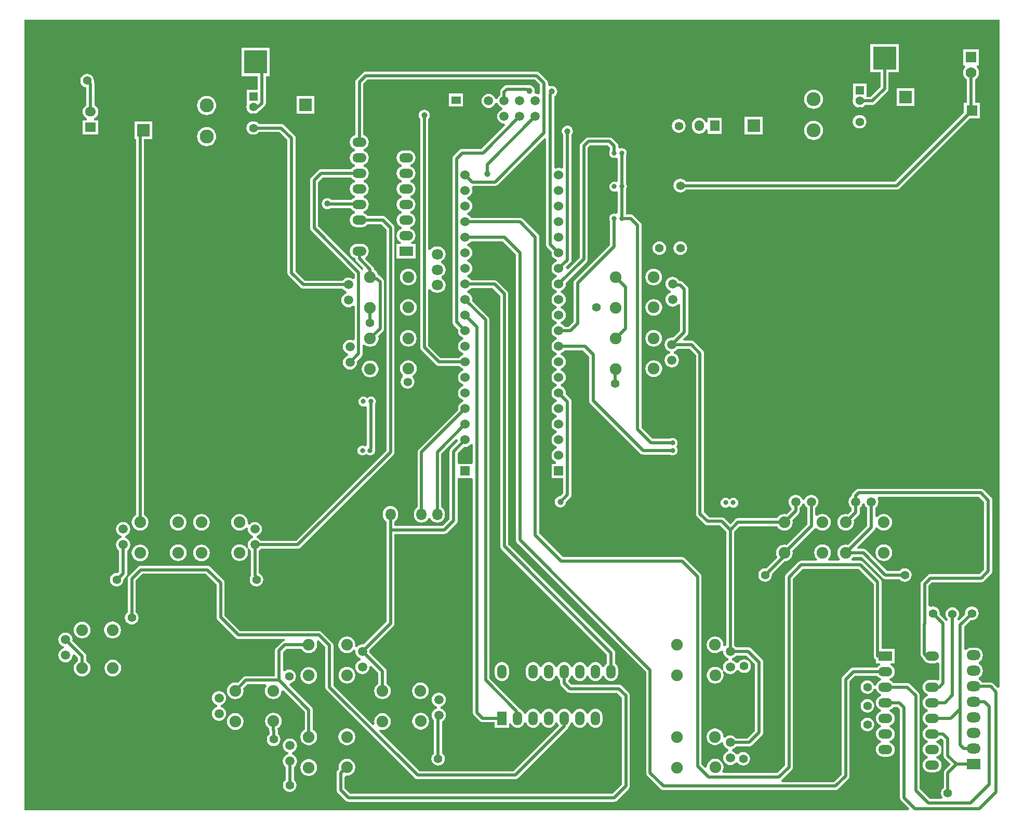
<source format=gtl>
G04*
G04 #@! TF.GenerationSoftware,Altium Limited,Altium Designer,21.3.2 (30)*
G04*
G04 Layer_Physical_Order=1*
G04 Layer_Color=255*
%FSTAX24Y24*%
%MOIN*%
G70*
G04*
G04 #@! TF.SameCoordinates,7536F4C1-D20E-4AD8-A34B-159FF933A109*
G04*
G04*
G04 #@! TF.FilePolarity,Positive*
G04*
G01*
G75*
%ADD47C,0.0197*%
%ADD48C,0.0591*%
%ADD49R,0.0551X0.0551*%
%ADD50C,0.0551*%
%ADD51R,0.0827X0.0827*%
%ADD52C,0.0827*%
%ADD53C,0.0900*%
%ADD54C,0.1500*%
%ADD55R,0.1500X0.1500*%
%ADD56C,0.0315*%
%ADD57C,0.0750*%
%ADD58O,0.0591X0.0512*%
%ADD59R,0.0591X0.0512*%
%ADD60R,0.0700X0.0600*%
%ADD61O,0.0700X0.0600*%
%ADD62O,0.0900X0.0650*%
%ADD63R,0.0900X0.0650*%
%ADD64O,0.0600X0.0900*%
%ADD65R,0.0600X0.0900*%
%ADD66R,0.0900X0.0600*%
%ADD67O,0.0900X0.0600*%
%ADD68O,0.0650X0.0750*%
%ADD69O,0.0750X0.0650*%
%ADD70O,0.0600X0.0700*%
%ADD71R,0.0600X0.0700*%
%ADD72C,0.0600*%
%ADD73R,0.0600X0.0600*%
%ADD74R,0.0700X0.0700*%
%ADD75C,0.0700*%
%ADD76C,0.0500*%
%ADD77C,0.0394*%
G36*
X045681Y045143D02*
Y044981D01*
X045664Y044959D01*
X045632Y044882D01*
X045621Y0448D01*
X045632Y044718D01*
X045664Y044641D01*
X045714Y044575D01*
X04578Y044525D01*
X045857Y044493D01*
X045939Y044482D01*
X046021Y044493D01*
X046055Y044507D01*
X046156Y044455D01*
X046173Y044434D01*
Y043728D01*
X046181Y043668D01*
Y043016D01*
X046164Y042995D01*
X046063Y042943D01*
X046029Y042957D01*
X045947Y042968D01*
X045865Y042957D01*
X045788Y042925D01*
X045722Y042875D01*
X045672Y042809D01*
X04564Y042732D01*
X045629Y04265D01*
X04564Y042568D01*
X045672Y042491D01*
X045722Y042425D01*
X045788Y042375D01*
X045865Y042343D01*
X045947Y042332D01*
X046029Y042343D01*
X046063Y042357D01*
X046164Y042305D01*
X046181Y042284D01*
Y04168D01*
X046173Y04162D01*
Y040966D01*
X046156Y040945D01*
X046055Y040893D01*
X046021Y040907D01*
X045939Y040918D01*
X045857Y040907D01*
X04578Y040875D01*
X045714Y040825D01*
X045664Y040759D01*
X045632Y040682D01*
X045621Y0406D01*
X045632Y040518D01*
X045664Y040441D01*
X045681Y040419D01*
Y038907D01*
X043406Y036633D01*
X043365Y036579D01*
X04334Y036517D01*
X043331Y03645D01*
Y033957D01*
X043017Y033643D01*
X042764D01*
X042711Y033711D01*
X042616Y033785D01*
X042522Y033823D01*
X042513Y033885D01*
X042522Y033947D01*
X042616Y033985D01*
X042711Y034059D01*
X042785Y034154D01*
X042831Y034266D01*
X042846Y034385D01*
X042831Y034504D01*
X042785Y034616D01*
X042711Y034711D01*
X042616Y034785D01*
X042522Y034823D01*
X042513Y034885D01*
X042522Y034947D01*
X042616Y034985D01*
X042711Y035059D01*
X042785Y035154D01*
X042831Y035266D01*
X042846Y035385D01*
X042831Y035504D01*
X042785Y035616D01*
X042711Y035711D01*
X042616Y035785D01*
X042522Y035823D01*
X042513Y035885D01*
X042522Y035947D01*
X042616Y035985D01*
X042711Y036059D01*
X042785Y036154D01*
X042831Y036266D01*
X042846Y036385D01*
X042835Y03647D01*
X044173Y037807D01*
X044214Y037861D01*
X044239Y037923D01*
X044248Y03799D01*
Y045144D01*
X044396Y045292D01*
X045532D01*
X045681Y045143D01*
D02*
G37*
G36*
X036881Y026092D02*
Y024945D01*
X036843Y024843D01*
X036763Y024843D01*
X036015D01*
X035928Y024843D01*
X035897Y024948D01*
Y025532D01*
X0363Y025935D01*
X036385Y025924D01*
X036504Y025939D01*
X036616Y025985D01*
X036711Y026059D01*
X036763Y026126D01*
X036881Y026092D01*
D02*
G37*
G36*
X07067Y010501D02*
X070551Y010453D01*
X070271Y010733D01*
X070218Y010774D01*
X070156Y010799D01*
X070089Y010808D01*
X069524D01*
X069458Y010894D01*
X069357Y010971D01*
X069322Y010986D01*
Y011114D01*
X069357Y011129D01*
X069458Y011206D01*
X069535Y011307D01*
X069584Y011424D01*
X069601Y01155D01*
X069584Y011676D01*
X069535Y011793D01*
X069458Y011894D01*
X069357Y011971D01*
X069322Y011986D01*
Y012114D01*
X069357Y012129D01*
X069458Y012206D01*
X069535Y012307D01*
X069584Y012424D01*
X069601Y01255D01*
X069584Y012676D01*
X069535Y012793D01*
X069458Y012894D01*
X069357Y012971D01*
X06924Y01302D01*
X069114Y013037D01*
X068864D01*
X068738Y01302D01*
X068621Y012971D01*
X06852Y012894D01*
X068515Y012888D01*
X068397Y012928D01*
Y014385D01*
X068826Y014814D01*
X068889Y014805D01*
X069002Y01482D01*
X069107Y014864D01*
X069198Y014933D01*
X069267Y015024D01*
X069311Y015129D01*
X069326Y015242D01*
X069311Y015355D01*
X069267Y015461D01*
X069198Y015551D01*
X069107Y01562D01*
X069002Y015664D01*
X068889Y015679D01*
X068776Y015664D01*
X068671Y01562D01*
X06858Y015551D01*
X068511Y015461D01*
X068467Y015355D01*
X068452Y015242D01*
X068461Y015179D01*
X068082Y0148D01*
X067955Y01484D01*
X067948Y014883D01*
X068017Y014974D01*
X068061Y015079D01*
X068076Y015192D01*
X068061Y015305D01*
X068017Y015411D01*
X067948Y015501D01*
X067857Y01557D01*
X067752Y015614D01*
X067639Y015629D01*
X067526Y015614D01*
X067421Y01557D01*
X06733Y015501D01*
X067261Y015411D01*
X067217Y015305D01*
X067202Y015192D01*
X067217Y015079D01*
X067261Y014974D01*
X06733Y014883D01*
X067353Y014866D01*
X067349Y014806D01*
X067248Y014769D01*
X067228Y014768D01*
X066817Y015179D01*
X066826Y015242D01*
X066811Y015355D01*
X066767Y015461D01*
X066698Y015551D01*
X066607Y01562D01*
X066502Y015664D01*
X066389Y015679D01*
X066276Y015664D01*
X066234Y015647D01*
X066116Y01572D01*
Y017012D01*
X066346Y017242D01*
X069489D01*
X069556Y017251D01*
X069618Y017276D01*
X069671Y017317D01*
X070121Y017767D01*
X070163Y017821D01*
X070188Y017883D01*
X070197Y01795D01*
Y0225D01*
X070188Y022567D01*
X070163Y022629D01*
X070121Y022683D01*
X069641Y023163D01*
X069588Y023204D01*
X069526Y023229D01*
X069459Y023238D01*
X061625D01*
X061558Y023229D01*
X061496Y023204D01*
X061442Y023163D01*
X061256Y022976D01*
X061215Y022923D01*
X06119Y022861D01*
X061181Y022794D01*
Y022773D01*
X061116Y022723D01*
X061044Y022628D01*
X060998Y022518D01*
X060982Y0224D01*
X060998Y022282D01*
X061044Y022172D01*
X061116Y022077D01*
X061181Y022027D01*
Y021838D01*
X060947Y021604D01*
X060937Y021609D01*
X060798Y021627D01*
X060659Y021609D01*
X060529Y021555D01*
X060418Y02147D01*
X060333Y021358D01*
X060279Y021229D01*
X060261Y02109D01*
X060279Y020951D01*
X060333Y020821D01*
X060418Y02071D01*
X060529Y020625D01*
X060659Y020571D01*
X060798Y020553D01*
X060937Y020571D01*
X061066Y020625D01*
X061178Y02071D01*
X061263Y020821D01*
X061317Y020951D01*
X061335Y02109D01*
X061317Y021229D01*
X061312Y021239D01*
X061621Y021548D01*
X061663Y021602D01*
X061688Y021664D01*
X061697Y021731D01*
Y022027D01*
X061762Y022077D01*
X061834Y022172D01*
X06188Y022282D01*
X061998D01*
X062043Y022172D01*
X062116Y022077D01*
X062181Y022027D01*
Y020869D01*
X060947Y019636D01*
X060937Y01964D01*
X060798Y019658D01*
X060659Y01964D01*
X060529Y019586D01*
X060418Y019501D01*
X060333Y01939D01*
X060279Y01926D01*
X060261Y019121D01*
X060279Y018982D01*
X060333Y018853D01*
X060418Y018741D01*
X060425Y018736D01*
X060385Y018618D01*
X0597D01*
X05966Y018736D01*
X059691Y01876D01*
X059776Y018871D01*
X05983Y019001D01*
X059848Y01914D01*
X05983Y019279D01*
X059776Y019408D01*
X059691Y01952D01*
X059579Y019605D01*
X05945Y019659D01*
X059311Y019677D01*
X059172Y019659D01*
X059042Y019605D01*
X058931Y01952D01*
X058846Y019408D01*
X058792Y019279D01*
X058774Y01914D01*
X058792Y019001D01*
X058846Y018871D01*
X058931Y01876D01*
X058962Y018736D01*
X058922Y018618D01*
X057949D01*
X057882Y018609D01*
X05782Y018584D01*
X057766Y018543D01*
X056977Y017754D01*
X056936Y0177D01*
X056911Y017638D01*
X056902Y017571D01*
Y005478D01*
X056402Y004978D01*
X052948D01*
X052886Y005092D01*
X05294Y005221D01*
X052958Y00536D01*
X05294Y005499D01*
X052886Y005629D01*
X052801Y00574D01*
X05269Y005825D01*
X05256Y005879D01*
X052421Y005897D01*
X052282Y005879D01*
X052153Y005825D01*
X052041Y00574D01*
X051956Y005629D01*
X051902Y005499D01*
X051885Y005367D01*
X051864Y005352D01*
X051771Y005314D01*
X051547Y005538D01*
Y0176D01*
X051538Y017667D01*
X051513Y017729D01*
X051471Y017783D01*
X050481Y018773D01*
X050428Y018814D01*
X050366Y018839D01*
X050299Y018848D01*
X042656D01*
X041137Y020367D01*
Y03941D01*
X041129Y039476D01*
X041103Y039539D01*
X041062Y039592D01*
X040086Y040568D01*
X040033Y040609D01*
X039971Y040634D01*
X039904Y040643D01*
X036764D01*
X036711Y040711D01*
X036616Y040785D01*
X036522Y040823D01*
X036513Y040885D01*
X036522Y040947D01*
X036616Y040985D01*
X036711Y041059D01*
X036785Y041154D01*
X036831Y041266D01*
X036846Y041385D01*
X036831Y041504D01*
X036785Y041616D01*
X036711Y041711D01*
X036616Y041785D01*
X036522Y041823D01*
X036513Y041885D01*
X036522Y041947D01*
X036616Y041985D01*
X036711Y042059D01*
X036785Y042154D01*
X036831Y042266D01*
X036846Y042385D01*
X036831Y042504D01*
X036805Y042566D01*
X03681Y042589D01*
X036867Y042673D01*
X03688Y042682D01*
X03829D01*
X038357Y042691D01*
X038419Y042716D01*
X038473Y042757D01*
X041462Y045747D01*
X041571Y045702D01*
Y038941D01*
X04158Y038874D01*
X041606Y038812D01*
X041647Y038758D01*
X041935Y03847D01*
X041924Y038385D01*
X041939Y038266D01*
X041985Y038154D01*
X042059Y038059D01*
X042154Y037985D01*
X042248Y037947D01*
X042257Y037885D01*
X042248Y037823D01*
X042154Y037785D01*
X042059Y037711D01*
X041985Y037616D01*
X041939Y037504D01*
X041924Y037385D01*
X041939Y037266D01*
X041985Y037154D01*
X042059Y037059D01*
X042154Y036985D01*
X042248Y036947D01*
X042257Y036885D01*
X042248Y036823D01*
X042154Y036785D01*
X042059Y036711D01*
X041985Y036616D01*
X041939Y036504D01*
X041924Y036385D01*
X041939Y036266D01*
X041985Y036154D01*
X042059Y036059D01*
X042154Y035985D01*
X042248Y035947D01*
X042257Y035885D01*
X042248Y035823D01*
X042154Y035785D01*
X042059Y035711D01*
X041985Y035616D01*
X041939Y035504D01*
X041924Y035385D01*
X041939Y035266D01*
X041985Y035154D01*
X042059Y035059D01*
X042154Y034985D01*
X042248Y034947D01*
X042257Y034885D01*
X042248Y034823D01*
X042154Y034785D01*
X042059Y034711D01*
X041985Y034616D01*
X041939Y034504D01*
X041924Y034385D01*
X041939Y034266D01*
X041985Y034154D01*
X042059Y034059D01*
X042154Y033985D01*
X042248Y033947D01*
X042257Y033885D01*
X042248Y033823D01*
X042154Y033785D01*
X042059Y033711D01*
X041985Y033616D01*
X041939Y033504D01*
X041924Y033385D01*
X041939Y033266D01*
X041985Y033154D01*
X042059Y033059D01*
X042154Y032985D01*
X042248Y032947D01*
X042257Y032885D01*
X042248Y032823D01*
X042154Y032785D01*
X042059Y032711D01*
X041985Y032616D01*
X041939Y032504D01*
X041924Y032385D01*
X041939Y032266D01*
X041985Y032154D01*
X042059Y032059D01*
X042154Y031985D01*
X042248Y031947D01*
X042257Y031885D01*
X042248Y031823D01*
X042154Y031785D01*
X042059Y031711D01*
X041985Y031616D01*
X041939Y031504D01*
X041924Y031385D01*
X041939Y031266D01*
X041985Y031154D01*
X042059Y031059D01*
X042154Y030985D01*
X042248Y030947D01*
X042257Y030885D01*
X042248Y030823D01*
X042154Y030785D01*
X042059Y030711D01*
X041985Y030616D01*
X041939Y030504D01*
X041924Y030385D01*
X041939Y030266D01*
X041985Y030154D01*
X042059Y030059D01*
X042154Y029985D01*
X042248Y029947D01*
X042257Y029885D01*
X042248Y029823D01*
X042154Y029785D01*
X042059Y029711D01*
X041985Y029616D01*
X041939Y029504D01*
X041924Y029385D01*
X041939Y029266D01*
X041985Y029154D01*
X042059Y029059D01*
X042154Y028985D01*
X042248Y028947D01*
X042257Y028885D01*
X042248Y028823D01*
X042154Y028785D01*
X042059Y028711D01*
X041985Y028616D01*
X041939Y028504D01*
X041924Y028385D01*
X041939Y028266D01*
X041985Y028154D01*
X042059Y028059D01*
X042154Y027985D01*
X042248Y027947D01*
X042257Y027885D01*
X042248Y027823D01*
X042154Y027785D01*
X042059Y027711D01*
X041985Y027616D01*
X041939Y027504D01*
X041924Y027385D01*
X041939Y027266D01*
X041985Y027154D01*
X042059Y027059D01*
X042154Y026985D01*
X042248Y026947D01*
X042257Y026885D01*
X042248Y026823D01*
X042154Y026785D01*
X042059Y026711D01*
X041985Y026616D01*
X041939Y026504D01*
X041924Y026385D01*
X041939Y026266D01*
X041985Y026154D01*
X042059Y026059D01*
X042154Y025985D01*
X042248Y025947D01*
X042257Y025885D01*
X042248Y025823D01*
X042154Y025785D01*
X042059Y025711D01*
X041985Y025616D01*
X041939Y025504D01*
X041924Y025385D01*
X041939Y025266D01*
X041985Y025154D01*
X042059Y025059D01*
X042154Y024985D01*
X042214Y024961D01*
X042191Y024843D01*
X041928D01*
Y023928D01*
X042683D01*
Y022959D01*
X04248Y022756D01*
X042396Y022745D01*
X04231Y02271D01*
X042236Y022653D01*
X042179Y022579D01*
X042144Y022492D01*
X042132Y0224D01*
X042144Y022308D01*
X042179Y022221D01*
X042236Y022147D01*
X04231Y02209D01*
X042396Y022055D01*
X042489Y022043D01*
X042581Y022055D01*
X042668Y02209D01*
X042742Y022147D01*
X042798Y022221D01*
X042834Y022308D01*
X042845Y022391D01*
X043123Y022669D01*
X043164Y022723D01*
X04319Y022785D01*
X043199Y022852D01*
Y028829D01*
X04319Y028896D01*
X043164Y028958D01*
X043123Y029012D01*
X042835Y0293D01*
X042846Y029385D01*
X042831Y029504D01*
X042785Y029616D01*
X042711Y029711D01*
X042616Y029785D01*
X042522Y029823D01*
X042513Y029885D01*
X042522Y029947D01*
X042616Y029985D01*
X042711Y030059D01*
X042785Y030154D01*
X042831Y030266D01*
X042846Y030385D01*
X042831Y030504D01*
X042785Y030616D01*
X042711Y030711D01*
X042616Y030785D01*
X042522Y030823D01*
X042513Y030885D01*
X042522Y030947D01*
X042616Y030985D01*
X042711Y031059D01*
X042785Y031154D01*
X042831Y031266D01*
X042846Y031385D01*
X042831Y031504D01*
X042785Y031616D01*
X042711Y031711D01*
X042616Y031785D01*
X042522Y031823D01*
X042513Y031885D01*
X042522Y031947D01*
X042616Y031985D01*
X042711Y032059D01*
X042764Y032127D01*
X043947D01*
X044331Y031743D01*
Y0289D01*
X04434Y028833D01*
X044365Y028771D01*
X044406Y028717D01*
X047606Y025517D01*
X04766Y025476D01*
X047722Y025451D01*
X047789Y025442D01*
X049508D01*
X04953Y025425D01*
X049607Y025393D01*
X049689Y025382D01*
X049771Y025393D01*
X049848Y025425D01*
X049914Y025475D01*
X049964Y025541D01*
X049996Y025618D01*
X050007Y0257D01*
X049996Y025782D01*
X049964Y025859D01*
X049924Y025946D01*
X049964Y026033D01*
X049996Y02611D01*
X050007Y026192D01*
X049996Y026274D01*
X049964Y026351D01*
X049914Y026417D01*
X049848Y026467D01*
X049771Y026499D01*
X049689Y02651D01*
X049607Y026499D01*
X04953Y026467D01*
X049508Y02645D01*
X048404D01*
X047697Y027157D01*
Y04015D01*
X047688Y040217D01*
X047663Y040279D01*
X047621Y040333D01*
X047171Y040783D01*
X047118Y040824D01*
X047056Y040849D01*
X046989Y040858D01*
X046689D01*
Y041568D01*
X046697Y041628D01*
Y042469D01*
X046714Y042491D01*
X046746Y042568D01*
X046757Y04265D01*
X046746Y042732D01*
X046714Y042809D01*
X046697Y042831D01*
Y04372D01*
X046689Y04378D01*
Y044619D01*
X046706Y044641D01*
X046738Y044718D01*
X046749Y0448D01*
X046738Y044882D01*
X046706Y044959D01*
X046656Y045025D01*
X04659Y045075D01*
X046513Y045107D01*
X046431Y045118D01*
X046349Y045107D01*
X046315Y045093D01*
X046214Y045145D01*
X046197Y045166D01*
Y04525D01*
X046188Y045317D01*
X046163Y045379D01*
X046121Y045433D01*
X045821Y045733D01*
X045768Y045774D01*
X045706Y045799D01*
X045639Y045808D01*
X044289D01*
X044222Y045799D01*
X04416Y045774D01*
X044106Y045733D01*
X043807Y045434D01*
X043766Y04538D01*
X043741Y045318D01*
X043732Y045251D01*
Y038097D01*
X042975Y03734D01*
X042866Y037387D01*
X042852Y037487D01*
X043123Y037758D01*
X043164Y037812D01*
X04319Y037874D01*
X043199Y037941D01*
Y045954D01*
X04325Y046021D01*
X043286Y046108D01*
X043298Y0462D01*
X043286Y046293D01*
X04325Y046379D01*
X043194Y046453D01*
X04312Y04651D01*
X043033Y046545D01*
X042941Y046557D01*
X042848Y046545D01*
X042762Y04651D01*
X042688Y046453D01*
X042631Y046379D01*
X042596Y046293D01*
X042584Y0462D01*
X042596Y046108D01*
X042631Y046021D01*
X042683Y045954D01*
Y043872D01*
X042565Y043806D01*
X042504Y043831D01*
X042385Y043846D01*
X042266Y043831D01*
X042205Y043806D01*
X042087Y043872D01*
Y048428D01*
X042118Y04844D01*
X042192Y048497D01*
X042248Y048571D01*
X042284Y048657D01*
X042296Y04875D01*
X042284Y048843D01*
X042248Y048929D01*
X042192Y049003D01*
X042118Y04906D01*
X042031Y049095D01*
X041939Y049107D01*
X041846Y049095D01*
X041812Y049081D01*
X041694Y049148D01*
Y049303D01*
X041686Y04937D01*
X04166Y049432D01*
X041619Y049485D01*
X041151Y049953D01*
X041098Y049994D01*
X041036Y050019D01*
X040969Y050028D01*
X030009D01*
X029942Y050019D01*
X02988Y049994D01*
X029826Y049953D01*
X029406Y049533D01*
X029365Y049479D01*
X02934Y049417D01*
X029331Y04935D01*
Y045947D01*
X02932Y045946D01*
X029208Y0459D01*
X029113Y045826D01*
X029039Y045731D01*
X028993Y045619D01*
X028978Y0455D01*
X028993Y045381D01*
X029039Y045269D01*
X029113Y045174D01*
X029208Y0451D01*
X029302Y045062D01*
X029311Y045D01*
X029302Y044938D01*
X029208Y0449D01*
X029113Y044826D01*
X029039Y044731D01*
X028993Y044619D01*
X028978Y0445D01*
X028993Y044381D01*
X029039Y044269D01*
X029113Y044174D01*
X029208Y0441D01*
X029302Y044062D01*
X029311Y044D01*
X029302Y043938D01*
X029208Y0439D01*
X029113Y043826D01*
X02906Y043758D01*
X027139D01*
X027072Y043749D01*
X02701Y043724D01*
X026956Y043683D01*
X026506Y043233D01*
X026465Y043179D01*
X02644Y043117D01*
X026431Y04305D01*
Y04D01*
X02644Y039933D01*
X026465Y039871D01*
X026506Y039817D01*
X029292Y037032D01*
Y036753D01*
X029292Y036752D01*
X029174Y036702D01*
X029117Y036745D01*
X029007Y036791D01*
X028889Y036807D01*
X028771Y036791D01*
X028661Y036745D01*
X028566Y036673D01*
X028516Y036608D01*
X026096D01*
X025498Y037206D01*
Y045749D01*
X025489Y045816D01*
X025464Y045878D01*
X025423Y045931D01*
X024762Y046592D01*
X024708Y046633D01*
X024646Y046659D01*
X024579Y046668D01*
X023137D01*
X023098Y046719D01*
X023007Y046788D01*
X022902Y046832D01*
X022789Y046847D01*
X022676Y046832D01*
X022571Y046788D01*
X02248Y046719D01*
X022411Y046628D01*
X022367Y046523D01*
X022352Y04641D01*
X022367Y046297D01*
X022411Y046191D01*
X02248Y046101D01*
X022571Y046032D01*
X022676Y045988D01*
X022789Y045973D01*
X022902Y045988D01*
X023007Y046032D01*
X023098Y046101D01*
X023137Y046152D01*
X024472D01*
X024982Y045642D01*
Y037099D01*
X024991Y037032D01*
X025016Y03697D01*
X025057Y036916D01*
X025806Y036167D01*
X02586Y036126D01*
X025922Y036101D01*
X025989Y036092D01*
X028516D01*
X028566Y036027D01*
X028661Y035955D01*
X028771Y035909D01*
Y035791D01*
X028661Y035745D01*
X028566Y035673D01*
X028493Y035578D01*
X028448Y035468D01*
X028432Y03535D01*
X028448Y035232D01*
X028493Y035122D01*
X028566Y035027D01*
X028661Y034955D01*
X028771Y034909D01*
X028889Y034893D01*
X029007Y034909D01*
X029117Y034955D01*
X029174Y034998D01*
X029292Y034948D01*
X029292Y034947D01*
Y032825D01*
X029174Y032764D01*
X029107Y032791D01*
X028989Y032807D01*
X028871Y032791D01*
X028761Y032745D01*
X028666Y032673D01*
X028593Y032578D01*
X028548Y032468D01*
X028532Y03235D01*
X028548Y032232D01*
X028593Y032122D01*
X028666Y032027D01*
X028761Y031955D01*
X028871Y031909D01*
Y031791D01*
X028761Y031745D01*
X028666Y031673D01*
X028593Y031578D01*
X028548Y031468D01*
X028532Y03135D01*
X028548Y031232D01*
X028593Y031122D01*
X028666Y031027D01*
X028761Y030955D01*
X028871Y030909D01*
X028989Y030893D01*
X029107Y030909D01*
X029217Y030955D01*
X029312Y031027D01*
X029384Y031122D01*
X02943Y031232D01*
X029446Y03135D01*
X029435Y031431D01*
X029733Y031729D01*
X029774Y031782D01*
X029799Y031844D01*
X029808Y031911D01*
Y032455D01*
X029853Y032485D01*
X029926Y032506D01*
X030017Y032436D01*
X030147Y032382D01*
X030286Y032364D01*
X030425Y032382D01*
X030555Y032436D01*
X030666Y032521D01*
X030751Y032632D01*
X030805Y032762D01*
X030823Y032901D01*
X030805Y03304D01*
X0308Y03305D01*
X031103Y033352D01*
X031144Y033406D01*
X031169Y033468D01*
X031178Y033535D01*
Y036519D01*
X031169Y036586D01*
X031144Y036648D01*
X031103Y036701D01*
X03089Y036914D01*
X030836Y036955D01*
X030806Y036968D01*
X030805Y036977D01*
X030751Y037106D01*
X030666Y037218D01*
X030555Y037303D01*
X030544Y037307D01*
Y03732D01*
X030535Y037387D01*
X03051Y037449D01*
X030469Y037503D01*
X029981Y03799D01*
X030008Y03813D01*
X030065Y038174D01*
X030139Y038269D01*
X030185Y038381D01*
X0302Y0385D01*
X030185Y038619D01*
X030139Y038731D01*
X030065Y038826D01*
X02997Y0389D01*
X029858Y038946D01*
X029739Y038961D01*
X029439D01*
X02932Y038946D01*
X029208Y0389D01*
X029113Y038826D01*
X029039Y038731D01*
X028993Y038619D01*
X028978Y0385D01*
X028993Y038381D01*
X029039Y038269D01*
X029113Y038174D01*
X029208Y0381D01*
X02932Y038054D01*
X029331Y038053D01*
Y038017D01*
X02934Y03795D01*
X029365Y037888D01*
X029406Y037835D01*
X029829Y037412D01*
X029815Y037283D01*
X029774Y037268D01*
X029733Y037321D01*
X026947Y040107D01*
Y042943D01*
X027246Y043242D01*
X02906D01*
X029113Y043174D01*
X029208Y0431D01*
X029302Y043062D01*
X029311Y043D01*
X029302Y042938D01*
X029208Y0429D01*
X029113Y042826D01*
X029039Y042731D01*
X028993Y042619D01*
X028978Y0425D01*
X028993Y042381D01*
X029039Y042269D01*
X029113Y042174D01*
X029208Y0421D01*
X029302Y042062D01*
X029311Y042D01*
X029302Y041938D01*
X029208Y0419D01*
X029113Y041826D01*
X02908Y041783D01*
X027804D01*
X027789Y041803D01*
X027715Y04186D01*
X027629Y041895D01*
X027536Y041907D01*
X027444Y041895D01*
X027358Y04186D01*
X027284Y041803D01*
X027227Y041729D01*
X027191Y041642D01*
X027179Y04155D01*
X027191Y041458D01*
X027227Y041371D01*
X027284Y041297D01*
X027358Y04124D01*
X027444Y041205D01*
X027536Y041193D01*
X027629Y041205D01*
X027715Y04124D01*
X027749Y041267D01*
X029041D01*
X029113Y041174D01*
X029208Y0411D01*
X029302Y041062D01*
X029311Y041D01*
X029302Y040938D01*
X029208Y0409D01*
X029113Y040826D01*
X029039Y040731D01*
X028993Y040619D01*
X028978Y0405D01*
X028993Y040381D01*
X029039Y040269D01*
X029113Y040174D01*
X029208Y0401D01*
X02932Y040054D01*
X029439Y040039D01*
X029739D01*
X029858Y040054D01*
X02997Y0401D01*
X030065Y040174D01*
X030118Y040242D01*
X030983D01*
X031332Y039893D01*
Y025707D01*
X025533Y019908D01*
X023262D01*
X023212Y019973D01*
X023117Y020045D01*
X023007Y020091D01*
Y020209D01*
X023117Y020255D01*
X023212Y020327D01*
X023284Y020422D01*
X02333Y020532D01*
X023346Y02065D01*
X02333Y020768D01*
X023284Y020878D01*
X023212Y020973D01*
X023117Y021045D01*
X023007Y021091D01*
X022889Y021107D01*
X022771Y021091D01*
X022661Y021045D01*
X022566Y020973D01*
X022533Y020929D01*
X022423Y02098D01*
X022437Y02109D01*
X022419Y021229D01*
X022365Y021358D01*
X02228Y02147D01*
X022169Y021555D01*
X022039Y021609D01*
X0219Y021627D01*
X021761Y021609D01*
X021632Y021555D01*
X02152Y02147D01*
X021435Y021358D01*
X021381Y021229D01*
X021363Y02109D01*
X021381Y020951D01*
X021435Y020821D01*
X02152Y02071D01*
X021632Y020625D01*
X021761Y020571D01*
X0219Y020553D01*
X022039Y020571D01*
X022169Y020625D01*
X02228Y02071D01*
X02233Y020775D01*
X022443Y020728D01*
X022432Y02065D01*
X022448Y020532D01*
X022494Y020422D01*
X022566Y020327D01*
X022661Y020255D01*
X022771Y020209D01*
Y020091D01*
X022661Y020045D01*
X022566Y019973D01*
X022494Y019878D01*
X022448Y019768D01*
X022432Y01965D01*
X022448Y019532D01*
X022478Y019459D01*
X022374Y019408D01*
X022289Y01952D01*
X022178Y019605D01*
X022048Y019659D01*
X021909Y019677D01*
X02177Y019659D01*
X021641Y019605D01*
X021529Y01952D01*
X021444Y019408D01*
X02139Y019279D01*
X021372Y01914D01*
X02139Y019001D01*
X021444Y018871D01*
X021529Y01876D01*
X021641Y018675D01*
X02177Y018621D01*
X021909Y018603D01*
X022048Y018621D01*
X022178Y018675D01*
X022289Y01876D01*
X022374Y018871D01*
X022428Y019001D01*
X022446Y01914D01*
X022428Y019279D01*
X02239Y019371D01*
X022494Y019422D01*
X022566Y019327D01*
X022631Y019277D01*
Y017692D01*
X022637Y017643D01*
X022619Y017618D01*
X022575Y017513D01*
X02256Y0174D01*
X022575Y017287D01*
X022619Y017182D01*
X022688Y017091D01*
X022778Y017022D01*
X022884Y016978D01*
X022997Y016963D01*
X02311Y016978D01*
X023215Y017022D01*
X023306Y017091D01*
X023375Y017182D01*
X023419Y017287D01*
X023434Y0174D01*
X023419Y017513D01*
X023375Y017618D01*
X023306Y017709D01*
X023215Y017778D01*
X023147Y017807D01*
Y019277D01*
X023212Y019327D01*
X023262Y019392D01*
X02564D01*
X025707Y019401D01*
X025769Y019426D01*
X025823Y019467D01*
X031773Y025417D01*
X031814Y025471D01*
X031839Y025533D01*
X031848Y0256D01*
Y04D01*
X031839Y040067D01*
X031814Y040129D01*
X031773Y040183D01*
X031273Y040683D01*
X031219Y040724D01*
X031157Y040749D01*
X03109Y040758D01*
X030118D01*
X030065Y040826D01*
X02997Y0409D01*
X029876Y040938D01*
X029867Y041D01*
X029876Y041062D01*
X02997Y0411D01*
X030065Y041174D01*
X030139Y041269D01*
X030185Y041381D01*
X0302Y0415D01*
X030185Y041619D01*
X030139Y041731D01*
X030065Y041826D01*
X02997Y0419D01*
X029876Y041938D01*
X029867Y042D01*
X029876Y042062D01*
X02997Y0421D01*
X030065Y042174D01*
X030139Y042269D01*
X030185Y042381D01*
X0302Y0425D01*
X030185Y042619D01*
X030139Y042731D01*
X030065Y042826D01*
X02997Y0429D01*
X029876Y042938D01*
X029867Y043D01*
X029876Y043062D01*
X02997Y0431D01*
X030065Y043174D01*
X030139Y043269D01*
X030185Y043381D01*
X0302Y0435D01*
X030185Y043619D01*
X030139Y043731D01*
X030065Y043826D01*
X02997Y0439D01*
X029876Y043938D01*
X029867Y044D01*
X029876Y044062D01*
X02997Y0441D01*
X030065Y044174D01*
X030139Y044269D01*
X030185Y044381D01*
X0302Y0445D01*
X030185Y044619D01*
X030139Y044731D01*
X030065Y044826D01*
X02997Y0449D01*
X029876Y044938D01*
X029867Y045D01*
X029876Y045062D01*
X02997Y0451D01*
X030065Y045174D01*
X030139Y045269D01*
X030185Y045381D01*
X0302Y0455D01*
X030185Y045619D01*
X030139Y045731D01*
X030065Y045826D01*
X02997Y0459D01*
X029858Y045946D01*
X029847Y045947D01*
Y049243D01*
X030116Y049512D01*
X040862D01*
X041178Y049196D01*
Y04863D01*
X04106Y048562D01*
X041003Y048586D01*
X040916Y048597D01*
X040847Y048681D01*
X040835Y048705D01*
X040835Y048714D01*
X040846Y0488D01*
X040834Y048892D01*
X040798Y048979D01*
X040742Y049053D01*
X040668Y04911D01*
X040581Y049145D01*
X040489Y049157D01*
X040409Y049147D01*
X040403Y049149D01*
X040336Y049158D01*
X039054D01*
X038987Y049149D01*
X038925Y049124D01*
X038872Y049083D01*
X038703Y048914D01*
X038662Y04886D01*
X038636Y048798D01*
X038627Y048731D01*
Y048518D01*
X038562Y048468D01*
X03849Y048373D01*
X038444Y048263D01*
X038326D01*
X038281Y048373D01*
X038208Y048468D01*
X038113Y04854D01*
X038003Y048586D01*
X037885Y048602D01*
X037767Y048586D01*
X037657Y04854D01*
X037562Y048468D01*
X03749Y048373D01*
X037444Y048263D01*
X037428Y048145D01*
X037444Y048027D01*
X03749Y047917D01*
X037562Y047822D01*
X037657Y047749D01*
X037767Y047704D01*
X037885Y047688D01*
X038003Y047704D01*
X038113Y047749D01*
X038208Y047822D01*
X038281Y047917D01*
X038326Y048027D01*
X038444D01*
X03849Y047917D01*
X038562Y047822D01*
X038657Y047749D01*
X038767Y047704D01*
Y047586D01*
X038657Y04754D01*
X038562Y047468D01*
X03849Y047373D01*
X038444Y047263D01*
X038428Y047145D01*
X038444Y047027D01*
X03849Y046917D01*
X038562Y046822D01*
X038657Y046749D01*
X038767Y046704D01*
X038885Y046688D01*
X038898Y04669D01*
X038953Y046578D01*
X037433Y045058D01*
X036189D01*
X036122Y045049D01*
X03606Y045024D01*
X036006Y044983D01*
X035637Y044614D01*
X035596Y04456D01*
X035571Y044498D01*
X035562Y044431D01*
Y03395D01*
X035571Y033883D01*
X035596Y033821D01*
X035637Y033768D01*
X035935Y03347D01*
X035924Y033385D01*
X035939Y033266D01*
X035985Y033154D01*
X036059Y033059D01*
X036154Y032985D01*
X036248Y032947D01*
X036257Y032885D01*
X036248Y032823D01*
X036154Y032785D01*
X036059Y032711D01*
X035985Y032616D01*
X035939Y032504D01*
X035924Y032385D01*
X035939Y032266D01*
X035985Y032154D01*
X036059Y032059D01*
X036154Y031985D01*
X036248Y031947D01*
X036257Y031885D01*
X036248Y031823D01*
X036154Y031785D01*
X036059Y031711D01*
X036006Y031643D01*
X034812D01*
X034018Y032437D01*
Y036022D01*
X034031Y036029D01*
X034136Y036052D01*
X034195Y035976D01*
X034296Y035899D01*
X034413Y03585D01*
X034539Y035833D01*
X034639D01*
X034765Y03585D01*
X034882Y035899D01*
X034983Y035976D01*
X03506Y036077D01*
X035109Y036194D01*
X035126Y03632D01*
X035109Y036446D01*
X03506Y036563D01*
X034983Y036664D01*
X034882Y036741D01*
X034871Y036746D01*
Y036874D01*
X034882Y036879D01*
X034983Y036956D01*
X03506Y037057D01*
X035109Y037174D01*
X035126Y0373D01*
X035109Y037426D01*
X03506Y037543D01*
X034983Y037644D01*
X034882Y037721D01*
X034835Y037741D01*
Y037869D01*
X034882Y037889D01*
X034983Y037966D01*
X03506Y038067D01*
X035109Y038184D01*
X035126Y03831D01*
X035109Y038436D01*
X03506Y038553D01*
X034983Y038654D01*
X034882Y038731D01*
X034765Y03878D01*
X034639Y038797D01*
X034539D01*
X034413Y03878D01*
X034296Y038731D01*
X034195Y038654D01*
X034136Y038578D01*
X034031Y038601D01*
X034018Y038608D01*
Y046984D01*
X03407Y047051D01*
X034105Y047137D01*
X034117Y04723D01*
X034105Y047323D01*
X03407Y047409D01*
X034013Y047483D01*
X033939Y04754D01*
X033853Y047575D01*
X03376Y047587D01*
X033668Y047575D01*
X033581Y04754D01*
X033507Y047483D01*
X03345Y047409D01*
X033415Y047323D01*
X033403Y04723D01*
X033415Y047137D01*
X03345Y047051D01*
X033502Y046984D01*
Y03233D01*
X033511Y032263D01*
X033536Y032201D01*
X033577Y032147D01*
X034522Y031203D01*
X034576Y031162D01*
X034638Y031136D01*
X034705Y031127D01*
X036006D01*
X036059Y031059D01*
X036154Y030985D01*
X036248Y030947D01*
X036257Y030885D01*
X036248Y030823D01*
X036154Y030785D01*
X036059Y030711D01*
X035985Y030616D01*
X035939Y030504D01*
X035924Y030385D01*
X035939Y030266D01*
X035985Y030154D01*
X036059Y030059D01*
X036154Y029985D01*
X036248Y029947D01*
X036257Y029885D01*
X036248Y029823D01*
X036154Y029785D01*
X036059Y029711D01*
X035985Y029616D01*
X035939Y029504D01*
X035924Y029385D01*
X035939Y029266D01*
X035985Y029154D01*
X036059Y029059D01*
X036154Y028985D01*
X036248Y028947D01*
X036257Y028885D01*
X036248Y028823D01*
X036154Y028785D01*
X036059Y028711D01*
X035985Y028616D01*
X035939Y028504D01*
X035924Y028385D01*
X035935Y0283D01*
X033396Y025761D01*
X033355Y025708D01*
X03333Y025646D01*
X033321Y025579D01*
Y02206D01*
X033235Y021994D01*
X033158Y021893D01*
X033109Y021776D01*
X033092Y02165D01*
Y02155D01*
X033109Y021424D01*
X033158Y021307D01*
X033235Y021206D01*
X033336Y021129D01*
X033453Y02108D01*
X033579Y021063D01*
X033705Y02108D01*
X033822Y021129D01*
X033923Y021206D01*
X034Y021307D01*
X03402Y021354D01*
X034148D01*
X034168Y021307D01*
X034245Y021206D01*
X034346Y021129D01*
X034463Y02108D01*
X034589Y021063D01*
X034715Y02108D01*
X034832Y021129D01*
X034933Y021206D01*
X03501Y021307D01*
X035059Y021424D01*
X035076Y02155D01*
Y02165D01*
X035059Y021776D01*
X03501Y021893D01*
X034933Y021994D01*
X034847Y02206D01*
Y025482D01*
X035795Y02643D01*
X035904Y026383D01*
X035919Y026284D01*
X035456Y025821D01*
X035415Y025768D01*
X03539Y025706D01*
X035381Y025639D01*
Y021307D01*
X034932Y020858D01*
X031847D01*
Y02114D01*
X031933Y021206D01*
X03201Y021307D01*
X032059Y021424D01*
X032076Y02155D01*
Y02165D01*
X032059Y021776D01*
X03201Y021893D01*
X031933Y021994D01*
X031832Y022071D01*
X031715Y02212D01*
X031589Y022137D01*
X031463Y02212D01*
X031346Y022071D01*
X031245Y021994D01*
X031168Y021893D01*
X031119Y021776D01*
X031102Y02165D01*
Y02155D01*
X031119Y021424D01*
X031168Y021307D01*
X031245Y021206D01*
X031331Y02114D01*
Y0206D01*
Y014707D01*
X02987Y013246D01*
X029789Y013257D01*
X029671Y013241D01*
X029561Y013195D01*
X029466Y013123D01*
X029427Y013072D01*
X029314Y013119D01*
X029327Y013216D01*
X029309Y013355D01*
X029255Y013484D01*
X02917Y013596D01*
X029058Y013681D01*
X028929Y013735D01*
X02879Y013753D01*
X028651Y013735D01*
X028521Y013681D01*
X02841Y013596D01*
X028325Y013484D01*
X028271Y013355D01*
X028253Y013216D01*
X028271Y013077D01*
X028325Y012947D01*
X02841Y012836D01*
X028521Y012751D01*
X028651Y012697D01*
X02879Y012679D01*
X028929Y012697D01*
X029058Y012751D01*
X02917Y012836D01*
X029228Y012912D01*
X029341Y012865D01*
X029332Y0128D01*
X029348Y012682D01*
X029393Y012572D01*
X029466Y012477D01*
X029561Y012405D01*
X029671Y012359D01*
Y012241D01*
X029561Y012195D01*
X029466Y012123D01*
X029393Y012028D01*
X029348Y011918D01*
X029332Y0118D01*
X029348Y011682D01*
X029393Y011572D01*
X029466Y011477D01*
X029561Y011405D01*
X029671Y011359D01*
X029789Y011343D01*
X029907Y011359D01*
X030017Y011405D01*
X030112Y011477D01*
X030184Y011572D01*
X03023Y011682D01*
X030246Y0118D01*
X030244Y011813D01*
X030356Y011868D01*
X030815Y011409D01*
Y010732D01*
X030805Y010728D01*
X030694Y010643D01*
X030608Y010532D01*
X030555Y010402D01*
X030536Y010263D01*
X030555Y010124D01*
X030608Y009994D01*
X030694Y009883D01*
X030805Y009798D01*
X030934Y009744D01*
X031073Y009726D01*
X031212Y009744D01*
X031342Y009798D01*
X031453Y009883D01*
X031539Y009994D01*
X031592Y010124D01*
X031611Y010263D01*
X031592Y010402D01*
X031539Y010532D01*
X031453Y010643D01*
X031342Y010728D01*
X031332Y010732D01*
Y011516D01*
X031323Y011582D01*
X031297Y011645D01*
X031256Y011698D01*
X030235Y012719D01*
X030246Y0128D01*
X030235Y012881D01*
X031771Y014417D01*
X031813Y014471D01*
X031838Y014533D01*
X031847Y0146D01*
Y020342D01*
X035039D01*
X035106Y020351D01*
X035168Y020376D01*
X035221Y020417D01*
X035821Y021017D01*
X035863Y021071D01*
X035888Y021133D01*
X035897Y0212D01*
Y023822D01*
X035928Y023928D01*
X036015Y023928D01*
X036763D01*
X036843Y023928D01*
X036881Y023825D01*
Y008871D01*
X03689Y008804D01*
X036915Y008742D01*
X036956Y008689D01*
X037317Y008327D01*
X037371Y008286D01*
X037433Y008261D01*
X0375Y008252D01*
X038282D01*
Y007893D01*
X039196D01*
Y008156D01*
X039315Y008179D01*
X039339Y008119D01*
X039413Y008024D01*
X039508Y00795D01*
X03962Y007904D01*
X039739Y007889D01*
X039858Y007904D01*
X03997Y00795D01*
X040065Y008024D01*
X040139Y008119D01*
X040177Y008213D01*
X040239Y008222D01*
X040301Y008213D01*
X040339Y008119D01*
X040413Y008024D01*
X040508Y00795D01*
X04062Y007904D01*
X040739Y007889D01*
X040858Y007904D01*
X04097Y00795D01*
X041065Y008024D01*
X041139Y008119D01*
X041177Y008213D01*
X041239Y008222D01*
X041301Y008213D01*
X041339Y008119D01*
X041413Y008024D01*
X041508Y00795D01*
X04162Y007904D01*
X041739Y007889D01*
X041858Y007904D01*
X04197Y00795D01*
X042065Y008024D01*
X042139Y008119D01*
X042177Y008213D01*
X042239Y008222D01*
X042301Y008213D01*
X042339Y008119D01*
X042406Y008032D01*
X039482Y005108D01*
X033427D01*
X030854Y007681D01*
X030921Y007781D01*
X030934Y007776D01*
X031073Y007757D01*
X031212Y007776D01*
X031342Y007829D01*
X031453Y007915D01*
X031539Y008026D01*
X031592Y008155D01*
X031611Y008294D01*
X031592Y008433D01*
X031539Y008563D01*
X031453Y008674D01*
X031342Y00876D01*
X031212Y008813D01*
X031073Y008832D01*
X030934Y008813D01*
X030805Y00876D01*
X030694Y008674D01*
X030608Y008563D01*
X030555Y008433D01*
X030536Y008294D01*
X030555Y008155D01*
X03056Y008142D01*
X03046Y008075D01*
X027928Y010607D01*
Y01318D01*
X027919Y013247D01*
X027894Y013309D01*
X027853Y013363D01*
X027183Y014033D01*
X027129Y014074D01*
X027067Y014099D01*
X027Y014108D01*
X021947D01*
X020948Y015107D01*
Y017199D01*
X020939Y017266D01*
X020914Y017328D01*
X020873Y017381D01*
X020031Y018223D01*
X019978Y018264D01*
X019916Y018289D01*
X019849Y018298D01*
X015579D01*
X015512Y018289D01*
X01545Y018264D01*
X015396Y018223D01*
X014806Y017633D01*
X014765Y017579D01*
X01474Y017517D01*
X014731Y01745D01*
Y015306D01*
X01468Y015267D01*
X014611Y015176D01*
X014567Y015071D01*
X014552Y014958D01*
X014567Y014845D01*
X014611Y014739D01*
X01468Y014649D01*
X014771Y01458D01*
X014876Y014536D01*
X014989Y014521D01*
X015102Y014536D01*
X015207Y01458D01*
X015298Y014649D01*
X015367Y014739D01*
X015411Y014845D01*
X015426Y014958D01*
X015411Y015071D01*
X015367Y015176D01*
X015298Y015267D01*
X015247Y015306D01*
Y017343D01*
X015686Y017782D01*
X019742D01*
X020432Y017092D01*
Y015D01*
X020441Y014933D01*
X020466Y014871D01*
X020507Y014817D01*
X021657Y013667D01*
X021711Y013626D01*
X021773Y013601D01*
X02184Y013592D01*
X024805D01*
X024805Y013474D01*
X024738Y013465D01*
X024676Y013439D01*
X024622Y013398D01*
X024256Y013033D01*
X024215Y012979D01*
X02419Y012917D01*
X024181Y01285D01*
Y011208D01*
X022312D01*
X022245Y011199D01*
X022183Y011174D01*
X022129Y011133D01*
X021774Y010777D01*
X021764Y010782D01*
X021625Y0108D01*
X021486Y010782D01*
X021356Y010728D01*
X021245Y010643D01*
X021159Y010532D01*
X021106Y010402D01*
X021088Y010263D01*
X021106Y010124D01*
X021159Y009994D01*
X021245Y009883D01*
X021356Y009798D01*
X021486Y009744D01*
X021625Y009726D01*
X021764Y009744D01*
X021893Y009798D01*
X022004Y009883D01*
X02209Y009994D01*
X022143Y010124D01*
X022162Y010263D01*
X022143Y010402D01*
X022139Y010412D01*
X022419Y010692D01*
X023575D01*
X023633Y010574D01*
X0236Y010532D01*
X023547Y010402D01*
X023528Y010263D01*
X023547Y010124D01*
X0236Y009994D01*
X023686Y009883D01*
X023797Y009798D01*
X023927Y009744D01*
X024066Y009726D01*
X024205Y009744D01*
X024334Y009798D01*
X024445Y009883D01*
X024531Y009994D01*
X024584Y010124D01*
X024602Y010255D01*
X024625Y010272D01*
X024716Y010308D01*
X026091Y008933D01*
Y00778D01*
X02608Y007775D01*
X025969Y00769D01*
X025884Y007579D01*
X02583Y007449D01*
X025812Y00731D01*
X02583Y007171D01*
X025884Y007042D01*
X025969Y00693D01*
X02608Y006845D01*
X02621Y006791D01*
X026349Y006773D01*
X026488Y006791D01*
X026618Y006845D01*
X026729Y00693D01*
X026814Y007042D01*
X026868Y007171D01*
X026886Y00731D01*
X026868Y007449D01*
X026814Y007579D01*
X026729Y00769D01*
X026618Y007775D01*
X026607Y00778D01*
Y00904D01*
X026598Y009107D01*
X026573Y009169D01*
X026532Y009222D01*
X025114Y01064D01*
X025157Y010764D01*
X025202Y01077D01*
X025307Y010814D01*
X025398Y010883D01*
X025467Y010974D01*
X025511Y011079D01*
X025526Y011192D01*
X025511Y011305D01*
X025467Y011411D01*
X025398Y011501D01*
X025307Y01157D01*
X025202Y011614D01*
X025089Y011629D01*
X024976Y011614D01*
X024871Y01157D01*
X024815Y011528D01*
X024704Y011573D01*
X024697Y011579D01*
Y012743D01*
X024912Y012958D01*
X02588D01*
X025884Y012947D01*
X025969Y012836D01*
X02608Y012751D01*
X02621Y012697D01*
X026349Y012679D01*
X026488Y012697D01*
X026618Y012751D01*
X026729Y012836D01*
X026814Y012947D01*
X026868Y013077D01*
X026886Y013216D01*
X026868Y013355D01*
X026858Y013379D01*
X026928Y013517D01*
X026958Y013524D01*
X026963Y013522D01*
X027412Y013073D01*
Y0105D01*
X027421Y010433D01*
X027446Y010371D01*
X027487Y010317D01*
X033137Y004667D01*
X033191Y004626D01*
X033253Y004601D01*
X03332Y004592D01*
X039589D01*
X039656Y004601D01*
X039718Y004626D01*
X039771Y004667D01*
X042921Y007817D01*
X042963Y007871D01*
X042988Y007933D01*
X042993Y007968D01*
X043065Y008024D01*
X043139Y008119D01*
X043177Y008213D01*
X043239Y008222D01*
X043301Y008213D01*
X043339Y008119D01*
X043413Y008024D01*
X043508Y00795D01*
X04362Y007904D01*
X043739Y007889D01*
X043858Y007904D01*
X04397Y00795D01*
X044065Y008024D01*
X044139Y008119D01*
X044177Y008213D01*
X044239Y008222D01*
X044301Y008213D01*
X044339Y008119D01*
X044413Y008024D01*
X044508Y00795D01*
X04462Y007904D01*
X044739Y007889D01*
X044858Y007904D01*
X04497Y00795D01*
X045065Y008024D01*
X045139Y008119D01*
X045185Y008231D01*
X0452Y00835D01*
Y00865D01*
X045185Y008769D01*
X045139Y008881D01*
X045065Y008976D01*
X04497Y00905D01*
X044858Y009096D01*
X044739Y009111D01*
X04462Y009096D01*
X044508Y00905D01*
X044413Y008976D01*
X044339Y008881D01*
X044301Y008787D01*
X044239Y008778D01*
X044177Y008787D01*
X044139Y008881D01*
X044065Y008976D01*
X04397Y00905D01*
X043858Y009096D01*
X043739Y009111D01*
X04362Y009096D01*
X043508Y00905D01*
X043413Y008976D01*
X043339Y008881D01*
X043301Y008787D01*
X043239Y008778D01*
X043177Y008787D01*
X043139Y008881D01*
X043065Y008976D01*
X04297Y00905D01*
X042858Y009096D01*
X042739Y009111D01*
X04262Y009096D01*
X042508Y00905D01*
X042413Y008976D01*
X042339Y008881D01*
X042301Y008787D01*
X042239Y008778D01*
X042177Y008787D01*
X042139Y008881D01*
X042065Y008976D01*
X04197Y00905D01*
X041858Y009096D01*
X041739Y009111D01*
X04162Y009096D01*
X041508Y00905D01*
X041413Y008976D01*
X041339Y008881D01*
X041301Y008787D01*
X041239Y008778D01*
X041177Y008787D01*
X041139Y008881D01*
X041065Y008976D01*
X04097Y00905D01*
X040858Y009096D01*
X040739Y009111D01*
X04062Y009096D01*
X040508Y00905D01*
X040413Y008976D01*
X040339Y008881D01*
X040301Y008787D01*
X040239Y008778D01*
X040177Y008787D01*
X040139Y008881D01*
X040065Y008976D01*
X03997Y00905D01*
X039896Y00908D01*
X039885Y009106D01*
X039844Y00916D01*
X037947Y011057D01*
Y034081D01*
X037938Y034148D01*
X037913Y03421D01*
X037871Y034264D01*
X036835Y0353D01*
X036846Y035385D01*
X036831Y035504D01*
X036785Y035616D01*
X036711Y035711D01*
X036616Y035785D01*
X036522Y035823D01*
X036513Y035885D01*
X036522Y035947D01*
X036616Y035985D01*
X036711Y036059D01*
X036764Y036127D01*
X038147D01*
X038631Y035643D01*
Y01955D01*
X03864Y019483D01*
X038665Y019421D01*
X038706Y019367D01*
X045481Y012593D01*
Y012029D01*
X045413Y011976D01*
X045339Y011881D01*
X045301Y011787D01*
X045239Y011778D01*
X045177Y011787D01*
X045139Y011881D01*
X045065Y011976D01*
X04497Y01205D01*
X044858Y012096D01*
X044739Y012111D01*
X04462Y012096D01*
X044508Y01205D01*
X044413Y011976D01*
X044339Y011881D01*
X044301Y011787D01*
X044239Y011778D01*
X044177Y011787D01*
X044139Y011881D01*
X044065Y011976D01*
X04397Y01205D01*
X043858Y012096D01*
X043739Y012111D01*
X04362Y012096D01*
X043508Y01205D01*
X043413Y011976D01*
X043339Y011881D01*
X043301Y011787D01*
X043239Y011778D01*
X043177Y011787D01*
X043139Y011881D01*
X043065Y011976D01*
X04297Y01205D01*
X042858Y012096D01*
X042739Y012111D01*
X04262Y012096D01*
X042508Y01205D01*
X042413Y011976D01*
X042339Y011881D01*
X042301Y011787D01*
X042239Y011778D01*
X042177Y011787D01*
X042139Y011881D01*
X042065Y011976D01*
X04197Y01205D01*
X041858Y012096D01*
X041739Y012111D01*
X04162Y012096D01*
X041508Y01205D01*
X041413Y011976D01*
X041339Y011881D01*
X041301Y011787D01*
X041239Y011778D01*
X041177Y011787D01*
X041139Y011881D01*
X041065Y011976D01*
X04097Y01205D01*
X040858Y012096D01*
X040739Y012111D01*
X04062Y012096D01*
X040508Y01205D01*
X040413Y011976D01*
X040339Y011881D01*
X040293Y011769D01*
X040278Y01165D01*
Y01135D01*
X040293Y011231D01*
X040339Y011119D01*
X040413Y011024D01*
X040508Y01095D01*
X04062Y010904D01*
X040739Y010889D01*
X040858Y010904D01*
X04097Y01095D01*
X041065Y011024D01*
X041139Y011119D01*
X041177Y011213D01*
X041239Y011222D01*
X041301Y011213D01*
X041339Y011119D01*
X041413Y011024D01*
X041508Y01095D01*
X04162Y010904D01*
X041739Y010889D01*
X041858Y010904D01*
X04197Y01095D01*
X042065Y011024D01*
X042139Y011119D01*
X042177Y011213D01*
X042239Y011222D01*
X042301Y011213D01*
X042339Y011119D01*
X042413Y011024D01*
X042481Y010971D01*
Y01075D01*
X04249Y010683D01*
X042515Y010621D01*
X042556Y010567D01*
X042906Y010217D01*
X04296Y010176D01*
X043022Y010151D01*
X043089Y010142D01*
X046132D01*
X046431Y009843D01*
Y004257D01*
X045832Y003658D01*
X028996D01*
X028647Y004007D01*
Y004724D01*
X028765Y004828D01*
X028799Y004823D01*
X028938Y004841D01*
X029068Y004895D01*
X029179Y00498D01*
X029264Y005092D01*
X029318Y005221D01*
X029336Y00536D01*
X029318Y005499D01*
X029264Y005629D01*
X029179Y00574D01*
X029068Y005825D01*
X028938Y005879D01*
X028799Y005897D01*
X02866Y005879D01*
X02853Y005825D01*
X028419Y00574D01*
X028334Y005629D01*
X02828Y005499D01*
X028262Y00536D01*
X028278Y005239D01*
X028206Y005168D01*
X028165Y005114D01*
X02814Y005052D01*
X028131Y004985D01*
Y0039D01*
X02814Y003833D01*
X028165Y003771D01*
X028206Y003717D01*
X028706Y003217D01*
X02876Y003176D01*
X028822Y003151D01*
X028889Y003142D01*
X045939D01*
X046006Y003151D01*
X046068Y003176D01*
X046121Y003217D01*
X046871Y003967D01*
X046913Y004021D01*
X046938Y004083D01*
X046947Y00415D01*
Y00995D01*
X046938Y010017D01*
X046913Y010079D01*
X046871Y010133D01*
X046421Y010583D01*
X046368Y010624D01*
X046306Y010649D01*
X046239Y010658D01*
X043196D01*
X042997Y010857D01*
Y010971D01*
X043065Y011024D01*
X043139Y011119D01*
X043177Y011213D01*
X043239Y011222D01*
X043301Y011213D01*
X043339Y011119D01*
X043413Y011024D01*
X043508Y01095D01*
X04362Y010904D01*
X043739Y010889D01*
X043858Y010904D01*
X04397Y01095D01*
X044065Y011024D01*
X044139Y011119D01*
X044177Y011213D01*
X044239Y011222D01*
X044301Y011213D01*
X044339Y011119D01*
X044413Y011024D01*
X044508Y01095D01*
X04462Y010904D01*
X044739Y010889D01*
X044858Y010904D01*
X04497Y01095D01*
X045065Y011024D01*
X045139Y011119D01*
X045177Y011213D01*
X045239Y011222D01*
X045301Y011213D01*
X045339Y011119D01*
X045413Y011024D01*
X045508Y01095D01*
X04562Y010904D01*
X045739Y010889D01*
X045858Y010904D01*
X04597Y01095D01*
X046065Y011024D01*
X046139Y011119D01*
X046185Y011231D01*
X0462Y01135D01*
Y01165D01*
X046185Y011769D01*
X046139Y011881D01*
X046065Y011976D01*
X045997Y012029D01*
Y0127D01*
X045988Y012767D01*
X045963Y012829D01*
X045921Y012883D01*
X039147Y019657D01*
Y03575D01*
X039138Y035817D01*
X039113Y035879D01*
X039071Y035933D01*
X038436Y036568D01*
X038383Y036609D01*
X038321Y036634D01*
X038254Y036643D01*
X036764D01*
X036711Y036711D01*
X036616Y036785D01*
X036522Y036823D01*
X036513Y036885D01*
X036522Y036947D01*
X036616Y036985D01*
X036711Y037059D01*
X036785Y037154D01*
X036831Y037266D01*
X036846Y037385D01*
X036831Y037504D01*
X036785Y037616D01*
X036711Y037711D01*
X036616Y037785D01*
X036522Y037823D01*
X036513Y037885D01*
X036522Y037947D01*
X036616Y037985D01*
X036711Y038059D01*
X036785Y038154D01*
X036831Y038266D01*
X036846Y038385D01*
X036831Y038504D01*
X036785Y038616D01*
X036711Y038711D01*
X036616Y038785D01*
X036522Y038823D01*
X036513Y038885D01*
X036522Y038947D01*
X036616Y038985D01*
X036711Y039059D01*
X036775Y039142D01*
X038782D01*
X039631Y038293D01*
Y01995D01*
X03964Y019883D01*
X039665Y019821D01*
X039706Y019767D01*
X047992Y011482D01*
Y005D01*
X048001Y004933D01*
X048026Y004871D01*
X048067Y004817D01*
X048917Y003967D01*
X048971Y003926D01*
X049033Y003901D01*
X0491Y003892D01*
X060139D01*
X060206Y003901D01*
X060268Y003926D01*
X060321Y003967D01*
X060971Y004617D01*
X061013Y004671D01*
X061038Y004733D01*
X061047Y0048D01*
Y010893D01*
X061396Y011242D01*
X06281D01*
X062863Y011174D01*
X062958Y0111D01*
X063052Y011062D01*
X063061Y011D01*
X063052Y010938D01*
X062958Y0109D01*
X062863Y010826D01*
X062789Y010731D01*
X062743Y010619D01*
X06274Y010596D01*
X062621D01*
X062619Y010613D01*
X062575Y010718D01*
X062506Y010809D01*
X062415Y010878D01*
X06231Y010922D01*
X062197Y010937D01*
X062084Y010922D01*
X061978Y010878D01*
X061888Y010809D01*
X061819Y010718D01*
X061775Y010613D01*
X06176Y0105D01*
X061775Y010387D01*
X061819Y010282D01*
X061888Y010191D01*
X061978Y010122D01*
X062084Y010078D01*
X062197Y010063D01*
X06231Y010078D01*
X062415Y010122D01*
X062506Y010191D01*
X062575Y010282D01*
X062619Y010387D01*
X062621Y010404D01*
X06274D01*
X062743Y010381D01*
X062789Y010269D01*
X062863Y010174D01*
X062958Y0101D01*
X063052Y010062D01*
X063061Y01D01*
X063052Y009938D01*
X062958Y0099D01*
X062863Y009826D01*
X062789Y009731D01*
X062743Y009619D01*
X062728Y0095D01*
X062743Y009381D01*
X062789Y009269D01*
X062863Y009174D01*
X062958Y0091D01*
X063052Y009062D01*
X063061Y009D01*
X063052Y008938D01*
X062958Y0089D01*
X062863Y008826D01*
X062789Y008731D01*
X062743Y008619D01*
X062728Y0085D01*
X062743Y008381D01*
X062789Y008269D01*
X062863Y008174D01*
X062958Y0081D01*
X063052Y008062D01*
X063061Y008D01*
X063052Y007938D01*
X062958Y0079D01*
X062863Y007826D01*
X062789Y007731D01*
X062743Y007619D01*
X062728Y0075D01*
X062743Y007381D01*
X062789Y007269D01*
X062863Y007174D01*
X062958Y0071D01*
X063052Y007062D01*
X063061Y007D01*
X063052Y006938D01*
X062958Y0069D01*
X062863Y006826D01*
X062789Y006731D01*
X062743Y006619D01*
X062728Y0065D01*
X062743Y006381D01*
X062789Y006269D01*
X062863Y006174D01*
X062958Y0061D01*
X06307Y006054D01*
X063189Y006039D01*
X063489D01*
X063608Y006054D01*
X06372Y0061D01*
X063815Y006174D01*
X063889Y006269D01*
X063935Y006381D01*
X06395Y0065D01*
X063935Y006619D01*
X063889Y006731D01*
X063815Y006826D01*
X06372Y0069D01*
X063626Y006938D01*
X063617Y007D01*
X063626Y007062D01*
X06372Y0071D01*
X063815Y007174D01*
X063889Y007269D01*
X063935Y007381D01*
X06395Y0075D01*
X063935Y007619D01*
X063889Y007731D01*
X063815Y007826D01*
X06372Y0079D01*
X063626Y007938D01*
X063617Y008D01*
X063626Y008062D01*
X06372Y0081D01*
X063815Y008174D01*
X063889Y008269D01*
X063935Y008381D01*
X06395Y0085D01*
X063935Y008619D01*
X063889Y008731D01*
X063815Y008826D01*
X06372Y0089D01*
X063626Y008938D01*
X063617Y009D01*
X063626Y009062D01*
X06372Y0091D01*
X063815Y009174D01*
X063868Y009242D01*
X064132D01*
X064281Y009093D01*
Y0034D01*
X06429Y003333D01*
X064315Y003271D01*
X064356Y003217D01*
X064864Y00271D01*
X064819Y002601D01*
X008101D01*
Y053359D01*
X07067D01*
Y010501D01*
D02*
G37*
G36*
X069681Y022393D02*
Y018057D01*
X069382Y017758D01*
X066239D01*
X066172Y017749D01*
X06611Y017724D01*
X066056Y017683D01*
X065675Y017301D01*
X065634Y017248D01*
X065608Y017185D01*
X065599Y017119D01*
Y014618D01*
X065592Y014561D01*
Y01263D01*
X065601Y012563D01*
X065626Y012501D01*
X065667Y012447D01*
X06575Y012365D01*
X065789Y012269D01*
X065863Y012174D01*
X065958Y0121D01*
X06607Y012054D01*
X066189Y012039D01*
X066489D01*
X066608Y012054D01*
X066674Y012081D01*
X066792Y012018D01*
Y010993D01*
X066777Y010974D01*
X066674Y010919D01*
X066608Y010946D01*
X066489Y010961D01*
X066189D01*
X06607Y010946D01*
X065958Y0109D01*
X065863Y010826D01*
X065789Y010731D01*
X065743Y010619D01*
X065728Y0105D01*
X065743Y010381D01*
X065789Y010269D01*
X065863Y010174D01*
X065958Y0101D01*
X066052Y010062D01*
X066061Y01D01*
X066052Y009938D01*
X065958Y0099D01*
X065863Y009826D01*
X065789Y009731D01*
X065743Y009619D01*
X065728Y0095D01*
X065743Y009381D01*
X065789Y009269D01*
X065863Y009174D01*
X065958Y0091D01*
X066052Y009062D01*
X066061Y009D01*
X066052Y008938D01*
X065958Y0089D01*
X065863Y008826D01*
X065789Y008731D01*
X065743Y008619D01*
X065728Y0085D01*
X065743Y008381D01*
X065789Y008269D01*
X065863Y008174D01*
X065958Y0081D01*
X066052Y008062D01*
X066061Y008D01*
X066052Y007938D01*
X065958Y0079D01*
X065863Y007826D01*
X065789Y007731D01*
X065743Y007619D01*
X065728Y0075D01*
X065743Y007381D01*
X065789Y007269D01*
X065863Y007174D01*
X065958Y0071D01*
X066052Y007062D01*
X066061Y007D01*
X066052Y006938D01*
X065958Y0069D01*
X065863Y006826D01*
X065789Y006731D01*
X065743Y006619D01*
X065728Y0065D01*
X065743Y006381D01*
X065789Y006269D01*
X065863Y006174D01*
X065958Y0061D01*
X066052Y006062D01*
X066061Y006D01*
X066052Y005938D01*
X065958Y0059D01*
X065863Y005826D01*
X065789Y005731D01*
X065743Y005619D01*
X065728Y0055D01*
X065743Y005381D01*
X065789Y005269D01*
X065863Y005174D01*
X065958Y0051D01*
X06607Y005054D01*
X066189Y005039D01*
X066489D01*
X066608Y005054D01*
X06672Y0051D01*
X066815Y005174D01*
X066889Y005269D01*
X066935Y005381D01*
X06695Y0055D01*
X066935Y005619D01*
X066889Y005731D01*
X066815Y005826D01*
X06672Y0059D01*
X066626Y005938D01*
X066617Y006D01*
X066626Y006062D01*
X06672Y0061D01*
X066815Y006174D01*
X066889Y006269D01*
X066935Y006381D01*
X06695Y0065D01*
X066935Y006619D01*
X066889Y006731D01*
X066815Y006826D01*
X06672Y0069D01*
X066626Y006938D01*
X066617Y007D01*
X066626Y007062D01*
X06672Y0071D01*
X066815Y007174D01*
X066833Y007197D01*
X06697Y007204D01*
X067081Y007093D01*
Y0061D01*
X06709Y006033D01*
X067115Y005971D01*
X067156Y005917D01*
X067528Y005546D01*
X067164Y005183D01*
X067123Y005129D01*
X067098Y005067D01*
X067089Y005D01*
Y004048D01*
X067038Y004009D01*
X066969Y003918D01*
X066925Y003813D01*
X06691Y0037D01*
X066925Y003587D01*
X066969Y003482D01*
X067002Y003438D01*
X066944Y00332D01*
X066199D01*
X065547Y003972D01*
Y00995D01*
X065538Y010017D01*
X065513Y010079D01*
X065471Y010133D01*
X064921Y010683D01*
X064868Y010724D01*
X064806Y010749D01*
X064739Y010758D01*
X063868D01*
X063815Y010826D01*
X06372Y0109D01*
X063626Y010938D01*
X063617Y011D01*
X063626Y011062D01*
X06372Y0111D01*
X063815Y011174D01*
X063889Y011269D01*
X063935Y011381D01*
X06395Y0115D01*
X063935Y011619D01*
X063889Y011731D01*
X063815Y011826D01*
X06372Y0119D01*
X06366Y011924D01*
X063683Y012043D01*
X063946D01*
Y012957D01*
X063103D01*
Y017244D01*
X063094Y017311D01*
X063069Y017373D01*
X063028Y017426D01*
X061911Y018543D01*
X061858Y018584D01*
X061796Y018609D01*
X061729Y018618D01*
X061211D01*
X061171Y018736D01*
X061178Y018741D01*
X061263Y018853D01*
X061267Y018863D01*
X061823D01*
X063169Y017517D01*
X063222Y017476D01*
X063284Y017451D01*
X063351Y017442D01*
X064249D01*
X064288Y017391D01*
X064378Y017322D01*
X064484Y017278D01*
X064597Y017263D01*
X06471Y017278D01*
X064815Y017322D01*
X064906Y017391D01*
X064975Y017482D01*
X065019Y017587D01*
X065034Y0177D01*
X065019Y017813D01*
X064975Y017918D01*
X064906Y018009D01*
X064815Y018078D01*
X06471Y018122D01*
X064597Y018137D01*
X064484Y018122D01*
X064378Y018078D01*
X064288Y018009D01*
X064249Y017958D01*
X063458D01*
X062113Y019304D01*
X062059Y019345D01*
X061997Y019371D01*
X06193Y019379D01*
X061575D01*
X06153Y019488D01*
X062621Y02058D01*
X062663Y020633D01*
X062688Y020696D01*
X062693Y020732D01*
X062771Y020765D01*
X062815Y020767D01*
X062859Y02071D01*
X06297Y020625D01*
X0631Y020571D01*
X063239Y020553D01*
X063378Y020571D01*
X063507Y020625D01*
X063619Y02071D01*
X063704Y020821D01*
X063758Y020951D01*
X063776Y02109D01*
X063758Y021229D01*
X063704Y021358D01*
X063619Y02147D01*
X063507Y021555D01*
X063378Y021609D01*
X063239Y021627D01*
X0631Y021609D01*
X06297Y021555D01*
X062859Y02147D01*
X062815Y021412D01*
X062697Y021453D01*
Y022027D01*
X062762Y022077D01*
X062834Y022172D01*
X06288Y022282D01*
X062896Y0224D01*
X06288Y022518D01*
X062845Y022604D01*
X062895Y022722D01*
X069352D01*
X069681Y022393D01*
D02*
G37*
G36*
X062587Y017137D02*
Y0125D01*
X062596Y012433D01*
X062621Y012371D01*
X062662Y012317D01*
X062716Y012276D01*
X062731Y01227D01*
Y012043D01*
X062995D01*
X063018Y011924D01*
X062958Y0119D01*
X062863Y011826D01*
X06281Y011758D01*
X061289D01*
X061222Y011749D01*
X06116Y011724D01*
X061106Y011683D01*
X060606Y011183D01*
X060565Y011129D01*
X06054Y011067D01*
X060531Y011D01*
Y004907D01*
X060032Y004408D01*
X056717D01*
X056677Y004526D01*
X056691Y004537D01*
X057343Y005189D01*
X057384Y005242D01*
X057409Y005304D01*
X057418Y005371D01*
Y017464D01*
X058056Y018102D01*
X061622D01*
X062587Y017137D01*
D02*
G37*
%LPC*%
G36*
X064196Y051807D02*
X062382D01*
Y049993D01*
X063031D01*
Y049046D01*
X062393Y048408D01*
X062122D01*
Y049253D01*
X061256D01*
Y048387D01*
X061256D01*
X061269Y048269D01*
X061267Y048263D01*
X061252Y04815D01*
X061267Y048037D01*
X061311Y047932D01*
X06138Y047841D01*
X061471Y047772D01*
X061576Y047728D01*
X061689Y047713D01*
X061802Y047728D01*
X061907Y047772D01*
X061998Y047841D01*
X062037Y047892D01*
X0625D01*
X062567Y047901D01*
X062629Y047926D01*
X062683Y047967D01*
X063471Y048756D01*
X063513Y04881D01*
X063538Y048872D01*
X063547Y048939D01*
Y049993D01*
X064196D01*
Y051807D01*
D02*
G37*
G36*
X023846Y051557D02*
X022032D01*
Y049743D01*
X023072D01*
Y048853D01*
X022356D01*
Y047987D01*
X022356D01*
X022369Y047869D01*
X022367Y047863D01*
X022352Y04775D01*
X022367Y047637D01*
X022411Y047532D01*
X02248Y047441D01*
X022571Y047372D01*
X022676Y047328D01*
X022789Y047313D01*
X022902Y047328D01*
X023007Y047372D01*
X023098Y047441D01*
X023143Y0475D01*
X023147Y047501D01*
X023209Y047526D01*
X023263Y047567D01*
X023513Y047817D01*
X023554Y047871D01*
X023579Y047933D01*
X023588Y048D01*
Y049743D01*
X023846D01*
Y051557D01*
D02*
G37*
G36*
X06521Y04896D02*
X064068D01*
Y047818D01*
X06521D01*
Y04896D01*
D02*
G37*
G36*
X036242Y048613D02*
X035336D01*
Y047787D01*
X036242D01*
Y048613D01*
D02*
G37*
G36*
X058739Y04886D02*
X05862Y048849D01*
X058505Y048814D01*
X0584Y048758D01*
X058307Y048682D01*
X058231Y048589D01*
X058175Y048484D01*
X05814Y048369D01*
X058129Y04825D01*
X05814Y048131D01*
X058175Y048016D01*
X058231Y047911D01*
X058307Y047818D01*
X0584Y047742D01*
X058505Y047686D01*
X05862Y047651D01*
X058739Y04764D01*
X058858Y047651D01*
X058973Y047686D01*
X059078Y047742D01*
X059171Y047818D01*
X059247Y047911D01*
X059303Y048016D01*
X059338Y048131D01*
X059349Y04825D01*
X059338Y048369D01*
X059303Y048484D01*
X059247Y048589D01*
X059171Y048682D01*
X059078Y048758D01*
X058973Y048814D01*
X058858Y048849D01*
X058739Y04886D01*
D02*
G37*
G36*
X02671Y04846D02*
X025568D01*
Y047318D01*
X02671D01*
Y04846D01*
D02*
G37*
G36*
X019789Y04846D02*
X01967Y048449D01*
X019555Y048414D01*
X01945Y048358D01*
X019357Y048282D01*
X019281Y048189D01*
X019225Y048084D01*
X01919Y047969D01*
X019179Y04785D01*
X01919Y047731D01*
X019225Y047616D01*
X019281Y047511D01*
X019357Y047418D01*
X01945Y047342D01*
X019555Y047286D01*
X01967Y047251D01*
X019789Y04724D01*
X019908Y047251D01*
X020023Y047286D01*
X020128Y047342D01*
X020221Y047418D01*
X020297Y047511D01*
X020353Y047616D01*
X020388Y047731D01*
X020399Y04785D01*
X020388Y047969D01*
X020353Y048084D01*
X020297Y048189D01*
X020221Y048282D01*
X020128Y048358D01*
X020023Y048414D01*
X019908Y048449D01*
X019789Y04846D01*
D02*
G37*
G36*
X061689Y047247D02*
X061576Y047232D01*
X061471Y047188D01*
X06138Y047119D01*
X061311Y047028D01*
X061267Y046923D01*
X061252Y04681D01*
X061267Y046697D01*
X061311Y046591D01*
X06138Y046501D01*
X061471Y046432D01*
X061576Y046388D01*
X061689Y046373D01*
X061802Y046388D01*
X061907Y046432D01*
X061998Y046501D01*
X062067Y046591D01*
X062111Y046697D01*
X062126Y04681D01*
X062111Y046923D01*
X062067Y047028D01*
X061998Y047119D01*
X061907Y047188D01*
X061802Y047232D01*
X061689Y047247D01*
D02*
G37*
G36*
X050089Y046979D02*
X049976Y046964D01*
X049871Y04692D01*
X04978Y046851D01*
X049711Y046761D01*
X049667Y046655D01*
X049652Y046542D01*
X049667Y046429D01*
X049711Y046324D01*
X04978Y046233D01*
X049871Y046164D01*
X049976Y04612D01*
X050089Y046105D01*
X050202Y04612D01*
X050307Y046164D01*
X050398Y046233D01*
X050467Y046324D01*
X050511Y046429D01*
X050526Y046542D01*
X050511Y046655D01*
X050467Y046761D01*
X050398Y046851D01*
X050307Y04692D01*
X050202Y046964D01*
X050089Y046979D01*
D02*
G37*
G36*
X051389Y047061D02*
X05127Y047046D01*
X051158Y047D01*
X051063Y046926D01*
X050989Y046831D01*
X050943Y046719D01*
X050928Y0466D01*
Y0465D01*
X050943Y046381D01*
X050989Y046269D01*
X051063Y046174D01*
X051158Y0461D01*
X05127Y046054D01*
X051389Y046039D01*
X051508Y046054D01*
X05162Y0461D01*
X051715Y046174D01*
X051789Y046269D01*
X051813Y046329D01*
X051932Y046306D01*
Y046043D01*
X052846D01*
Y047057D01*
X051932D01*
Y046794D01*
X051813Y046771D01*
X051789Y046831D01*
X051715Y046926D01*
X05162Y047D01*
X051508Y047046D01*
X051389Y047061D01*
D02*
G37*
G36*
X012131Y049887D02*
X012018Y049872D01*
X011913Y049828D01*
X011822Y049759D01*
X011753Y049668D01*
X011709Y049563D01*
X011694Y04945D01*
X011709Y049337D01*
X011753Y049232D01*
X011822Y049141D01*
X011913Y049072D01*
X012018Y049028D01*
X012081Y04902D01*
Y047859D01*
X012058Y04785D01*
X011963Y047776D01*
X011889Y047681D01*
X011843Y047569D01*
X011828Y04745D01*
X011843Y047331D01*
X011889Y047219D01*
X011963Y047124D01*
X012058Y04705D01*
X012118Y047026D01*
X012095Y046907D01*
X011832D01*
Y045993D01*
X012846D01*
Y046907D01*
X012583D01*
X01256Y047026D01*
X01262Y04705D01*
X012715Y047124D01*
X012789Y047219D01*
X012835Y047331D01*
X01285Y04745D01*
X012835Y047569D01*
X012789Y047681D01*
X012715Y047776D01*
X01262Y04785D01*
X012597Y047859D01*
Y049242D01*
X012588Y049309D01*
X012563Y049371D01*
X012558Y049377D01*
X012568Y04945D01*
X012553Y049563D01*
X012509Y049668D01*
X01244Y049759D01*
X012349Y049828D01*
X012244Y049872D01*
X012131Y049887D01*
D02*
G37*
G36*
X05546Y047132D02*
X054318D01*
Y04599D01*
X05546D01*
Y047132D01*
D02*
G37*
G36*
X058739Y04686D02*
X05862Y046849D01*
X058505Y046814D01*
X0584Y046758D01*
X058307Y046682D01*
X058231Y046589D01*
X058175Y046484D01*
X05814Y046369D01*
X058129Y04625D01*
X05814Y046131D01*
X058175Y046016D01*
X058231Y045911D01*
X058307Y045818D01*
X0584Y045742D01*
X058505Y045686D01*
X05862Y045651D01*
X058739Y04564D01*
X058858Y045651D01*
X058973Y045686D01*
X059078Y045742D01*
X059171Y045818D01*
X059247Y045911D01*
X059303Y046016D01*
X059338Y046131D01*
X059349Y04625D01*
X059338Y046369D01*
X059303Y046484D01*
X059247Y046589D01*
X059171Y046682D01*
X059078Y046758D01*
X058973Y046814D01*
X058858Y046849D01*
X058739Y04686D01*
D02*
G37*
G36*
X019789Y04646D02*
X01967Y046449D01*
X019555Y046414D01*
X01945Y046358D01*
X019357Y046282D01*
X019281Y046189D01*
X019225Y046084D01*
X01919Y045969D01*
X019179Y04585D01*
X01919Y045731D01*
X019225Y045616D01*
X019281Y045511D01*
X019357Y045418D01*
X01945Y045342D01*
X019555Y045286D01*
X01967Y045251D01*
X019789Y04524D01*
X019908Y045251D01*
X020023Y045286D01*
X020128Y045342D01*
X020221Y045418D01*
X020297Y045511D01*
X020353Y045616D01*
X020388Y045731D01*
X020399Y04585D01*
X020388Y045969D01*
X020353Y046084D01*
X020297Y046189D01*
X020221Y046282D01*
X020128Y046358D01*
X020023Y046414D01*
X019908Y046449D01*
X019789Y04646D01*
D02*
G37*
G36*
X069346Y051457D02*
X068331D01*
Y050443D01*
X068433D01*
X068472Y05034D01*
X068475Y050324D01*
X068396Y050222D01*
X068345Y050098D01*
X068327Y049966D01*
X068345Y049833D01*
X068396Y04971D01*
X068477Y049604D01*
X068581Y049524D01*
Y048042D01*
X068382D01*
Y047392D01*
X063956Y042966D01*
X050537D01*
X050498Y043017D01*
X050407Y043086D01*
X050302Y04313D01*
X050189Y043145D01*
X050076Y04313D01*
X049971Y043086D01*
X04988Y043017D01*
X049811Y042926D01*
X049767Y042821D01*
X049752Y042708D01*
X049767Y042595D01*
X049811Y042489D01*
X04988Y042399D01*
X049971Y04233D01*
X050076Y042286D01*
X050189Y042271D01*
X050302Y042286D01*
X050407Y04233D01*
X050498Y042399D01*
X050537Y04245D01*
X064063D01*
X064129Y042459D01*
X064192Y042484D01*
X064245Y042525D01*
X068747Y047027D01*
X069396D01*
Y048042D01*
X069097D01*
Y049524D01*
X069201Y049604D01*
X069282Y04971D01*
X069333Y049833D01*
X069351Y049966D01*
X069333Y050098D01*
X069282Y050222D01*
X069203Y050324D01*
X069206Y05034D01*
X069245Y050443D01*
X069346D01*
Y051457D01*
D02*
G37*
G36*
X050189Y039129D02*
X050076Y039114D01*
X049971Y03907D01*
X04988Y039001D01*
X049811Y038911D01*
X049767Y038805D01*
X049752Y038692D01*
X049767Y038579D01*
X049811Y038474D01*
X04988Y038383D01*
X049971Y038314D01*
X050076Y03827D01*
X050189Y038255D01*
X050302Y03827D01*
X050407Y038314D01*
X050498Y038383D01*
X050567Y038474D01*
X050611Y038579D01*
X050626Y038692D01*
X050611Y038805D01*
X050567Y038911D01*
X050498Y039001D01*
X050407Y03907D01*
X050302Y039114D01*
X050189Y039129D01*
D02*
G37*
G36*
X048839D02*
X048726Y039114D01*
X048621Y03907D01*
X04853Y039001D01*
X048461Y038911D01*
X048417Y038805D01*
X048402Y038692D01*
X048417Y038579D01*
X048461Y038474D01*
X04853Y038383D01*
X048621Y038314D01*
X048726Y03827D01*
X048839Y038255D01*
X048952Y03827D01*
X049057Y038314D01*
X049148Y038383D01*
X049217Y038474D01*
X049261Y038579D01*
X049276Y038692D01*
X049261Y038805D01*
X049217Y038911D01*
X049148Y039001D01*
X049057Y03907D01*
X048952Y039114D01*
X048839Y039129D01*
D02*
G37*
G36*
X032739Y044961D02*
X032439D01*
X03232Y044946D01*
X032208Y0449D01*
X032113Y044826D01*
X032039Y044731D01*
X031993Y044619D01*
X031978Y0445D01*
X031993Y044381D01*
X032039Y044269D01*
X032113Y044174D01*
X032208Y0441D01*
X032302Y044062D01*
X032311Y044D01*
X032302Y043938D01*
X032208Y0439D01*
X032113Y043826D01*
X032039Y043731D01*
X031993Y043619D01*
X031978Y0435D01*
X031993Y043381D01*
X032039Y043269D01*
X032113Y043174D01*
X032208Y0431D01*
X032302Y043062D01*
X032311Y043D01*
X032302Y042938D01*
X032208Y0429D01*
X032113Y042826D01*
X032039Y042731D01*
X031993Y042619D01*
X031978Y0425D01*
X031993Y042381D01*
X032039Y042269D01*
X032113Y042174D01*
X032208Y0421D01*
X032302Y042062D01*
X032311Y042D01*
X032302Y041938D01*
X032208Y0419D01*
X032113Y041826D01*
X032039Y041731D01*
X031993Y041619D01*
X031978Y0415D01*
X031993Y041381D01*
X032039Y041269D01*
X032113Y041174D01*
X032208Y0411D01*
X032302Y041062D01*
X032311Y041D01*
X032302Y040938D01*
X032208Y0409D01*
X032113Y040826D01*
X032039Y040731D01*
X031993Y040619D01*
X031978Y0405D01*
X031993Y040381D01*
X032039Y040269D01*
X032113Y040174D01*
X032208Y0401D01*
X032302Y040062D01*
X032311Y04D01*
X032302Y039938D01*
X032208Y0399D01*
X032113Y039826D01*
X032039Y039731D01*
X031993Y039619D01*
X031978Y0395D01*
X031993Y039381D01*
X032039Y039269D01*
X032113Y039174D01*
X032208Y0391D01*
X032268Y039076D01*
X032245Y038957D01*
X031981D01*
Y038043D01*
X033196D01*
Y038957D01*
X032933D01*
X03291Y039076D01*
X03297Y0391D01*
X033065Y039174D01*
X033139Y039269D01*
X033185Y039381D01*
X0332Y0395D01*
X033185Y039619D01*
X033139Y039731D01*
X033065Y039826D01*
X03297Y0399D01*
X032876Y039938D01*
X032867Y04D01*
X032876Y040062D01*
X03297Y0401D01*
X033065Y040174D01*
X033139Y040269D01*
X033185Y040381D01*
X0332Y0405D01*
X033185Y040619D01*
X033139Y040731D01*
X033065Y040826D01*
X03297Y0409D01*
X032876Y040938D01*
X032867Y041D01*
X032876Y041062D01*
X03297Y0411D01*
X033065Y041174D01*
X033139Y041269D01*
X033185Y041381D01*
X0332Y0415D01*
X033185Y041619D01*
X033139Y041731D01*
X033065Y041826D01*
X03297Y0419D01*
X032876Y041938D01*
X032867Y042D01*
X032876Y042062D01*
X03297Y0421D01*
X033065Y042174D01*
X033139Y042269D01*
X033185Y042381D01*
X0332Y0425D01*
X033185Y042619D01*
X033139Y042731D01*
X033065Y042826D01*
X03297Y0429D01*
X032876Y042938D01*
X032867Y043D01*
X032876Y043062D01*
X03297Y0431D01*
X033065Y043174D01*
X033139Y043269D01*
X033185Y043381D01*
X0332Y0435D01*
X033185Y043619D01*
X033139Y043731D01*
X033065Y043826D01*
X03297Y0439D01*
X032876Y043938D01*
X032867Y044D01*
X032876Y044062D01*
X03297Y0441D01*
X033065Y044174D01*
X033139Y044269D01*
X033185Y044381D01*
X0332Y0445D01*
X033185Y044619D01*
X033139Y044731D01*
X033065Y044826D01*
X03297Y0449D01*
X032858Y044946D01*
X032739Y044961D01*
D02*
G37*
G36*
X048475Y037375D02*
X048336Y037357D01*
X048206Y037303D01*
X048095Y037218D01*
X04801Y037106D01*
X047956Y036977D01*
X047938Y036838D01*
X047956Y036699D01*
X04801Y036569D01*
X048095Y036458D01*
X048206Y036373D01*
X048336Y036319D01*
X048475Y036301D01*
X048614Y036319D01*
X048744Y036373D01*
X048855Y036458D01*
X04894Y036569D01*
X048994Y036699D01*
X049012Y036838D01*
X048994Y036977D01*
X04894Y037106D01*
X048855Y037218D01*
X048744Y037303D01*
X048614Y037357D01*
X048475Y037375D01*
D02*
G37*
G36*
X032727D02*
X032588Y037357D01*
X032458Y037303D01*
X032347Y037218D01*
X032262Y037106D01*
X032208Y036977D01*
X03219Y036838D01*
X032208Y036699D01*
X032262Y036569D01*
X032347Y036458D01*
X032458Y036373D01*
X032588Y036319D01*
X032727Y036301D01*
X032866Y036319D01*
X032996Y036373D01*
X033107Y036458D01*
X033192Y036569D01*
X033246Y036699D01*
X033264Y036838D01*
X033246Y036977D01*
X033192Y037106D01*
X033107Y037218D01*
X032996Y037303D01*
X032866Y037357D01*
X032727Y037375D01*
D02*
G37*
G36*
X048484Y035425D02*
X048345Y035407D01*
X048216Y035353D01*
X048104Y035268D01*
X048019Y035156D01*
X047965Y035027D01*
X047947Y034888D01*
X047965Y034749D01*
X048019Y034619D01*
X048104Y034508D01*
X048216Y034423D01*
X048345Y034369D01*
X048484Y034351D01*
X048623Y034369D01*
X048753Y034423D01*
X048864Y034508D01*
X048949Y034619D01*
X049003Y034749D01*
X049021Y034888D01*
X049003Y035027D01*
X048949Y035156D01*
X048864Y035268D01*
X048753Y035353D01*
X048623Y035407D01*
X048484Y035425D01*
D02*
G37*
G36*
X032736D02*
X032597Y035407D01*
X032467Y035353D01*
X032356Y035268D01*
X032271Y035156D01*
X032217Y035027D01*
X032199Y034888D01*
X032217Y034749D01*
X032271Y034619D01*
X032356Y034508D01*
X032467Y034423D01*
X032597Y034369D01*
X032736Y034351D01*
X032875Y034369D01*
X033005Y034423D01*
X033116Y034508D01*
X033201Y034619D01*
X033255Y034749D01*
X033273Y034888D01*
X033255Y035027D01*
X033201Y035156D01*
X033116Y035268D01*
X033005Y035353D01*
X032875Y035407D01*
X032736Y035425D01*
D02*
G37*
G36*
X049689Y036857D02*
X049571Y036841D01*
X049461Y036795D01*
X049366Y036723D01*
X049293Y036628D01*
X049248Y036518D01*
X049232Y0364D01*
X049248Y036282D01*
X049293Y036172D01*
X049366Y036077D01*
X049461Y036005D01*
X049571Y035959D01*
Y035841D01*
X049461Y035795D01*
X049366Y035723D01*
X049293Y035628D01*
X049248Y035518D01*
X049232Y0354D01*
X049248Y035282D01*
X049293Y035172D01*
X049366Y035077D01*
X049461Y035005D01*
X049571Y034959D01*
X049689Y034943D01*
X049807Y034959D01*
X049917Y035005D01*
X050012Y035077D01*
X050063Y035143D01*
X050181Y03511D01*
Y033407D01*
X04972Y032946D01*
X049639Y032957D01*
X049521Y032941D01*
X049411Y032895D01*
X049316Y032823D01*
X049243Y032728D01*
X049198Y032618D01*
X049182Y0325D01*
X049198Y032382D01*
X049243Y032272D01*
X049316Y032177D01*
X049411Y032105D01*
X049521Y032059D01*
Y031941D01*
X049411Y031895D01*
X049316Y031823D01*
X049243Y031728D01*
X049198Y031618D01*
X049182Y0315D01*
X049198Y031382D01*
X049243Y031272D01*
X049316Y031177D01*
X049411Y031105D01*
X049521Y031059D01*
X049639Y031043D01*
X049757Y031059D01*
X049867Y031105D01*
X049962Y031177D01*
X050034Y031272D01*
X05008Y031382D01*
X050096Y0315D01*
X05008Y031618D01*
X050034Y031728D01*
X049962Y031823D01*
X049867Y031895D01*
X049757Y031941D01*
Y032059D01*
X049867Y032105D01*
X049962Y032177D01*
X050012Y032242D01*
X050782D01*
X051192Y031832D01*
Y021639D01*
X051201Y021572D01*
X051226Y02151D01*
X051267Y021456D01*
X051756Y020967D01*
X05181Y020926D01*
X051872Y020901D01*
X051939Y020892D01*
X052732D01*
X053131Y020493D01*
Y0176D01*
X053131Y0176D01*
Y013184D01*
X053049Y013123D01*
X052943Y013169D01*
X052949Y013216D01*
X052931Y013355D01*
X052877Y013484D01*
X052792Y013596D01*
X052681Y013681D01*
X052551Y013735D01*
X052412Y013753D01*
X052273Y013735D01*
X052143Y013681D01*
X052032Y013596D01*
X051947Y013484D01*
X051893Y013355D01*
X051875Y013216D01*
X051893Y013077D01*
X051947Y012947D01*
X052032Y012836D01*
X052143Y012751D01*
X052273Y012697D01*
X052412Y012679D01*
X052551Y012697D01*
X052681Y012751D01*
X052792Y012836D01*
X052823Y012877D01*
X052936Y01283D01*
X052932Y0128D01*
X052948Y012682D01*
X052993Y012572D01*
X053066Y012477D01*
X053161Y012405D01*
X053271Y012359D01*
Y012241D01*
X053161Y012195D01*
X053066Y012123D01*
X052993Y012028D01*
X052948Y011918D01*
X052932Y0118D01*
X052948Y011682D01*
X052978Y011608D01*
X052875Y011549D01*
X052801Y011646D01*
X05269Y011731D01*
X05256Y011785D01*
X052421Y011803D01*
X052282Y011785D01*
X052153Y011731D01*
X052041Y011646D01*
X051956Y011534D01*
X051902Y011405D01*
X051884Y011266D01*
X051902Y011127D01*
X051956Y010997D01*
X052041Y010886D01*
X052153Y010801D01*
X052282Y010747D01*
X052421Y010729D01*
X05256Y010747D01*
X05269Y010801D01*
X052801Y010886D01*
X052886Y010997D01*
X05294Y011127D01*
X052958Y011266D01*
X05294Y011405D01*
X052901Y011498D01*
X053004Y011557D01*
X053066Y011477D01*
X053161Y011405D01*
X053271Y011359D01*
X053389Y011343D01*
X053507Y011359D01*
X053617Y011405D01*
X053712Y011477D01*
X053784Y011572D01*
X053792Y01159D01*
X053826Y011603D01*
X053925Y011603D01*
X053972Y011541D01*
X054063Y011472D01*
X054168Y011428D01*
X054281Y011413D01*
X054394Y011428D01*
X0545Y011472D01*
X05459Y011541D01*
X054659Y011632D01*
X054703Y011737D01*
X054718Y01185D01*
X054703Y011963D01*
X054659Y012068D01*
X05459Y012159D01*
X0545Y012228D01*
X054394Y012272D01*
X054281Y012287D01*
X054168Y012272D01*
X054063Y012228D01*
X053972Y012159D01*
X053903Y012068D01*
X053899Y01206D01*
X053851Y012047D01*
X053768Y01205D01*
X053712Y012123D01*
X053617Y012195D01*
X053507Y012241D01*
Y012359D01*
X053617Y012405D01*
X053712Y012477D01*
X053762Y012542D01*
X054432D01*
X054981Y011993D01*
Y007707D01*
X054482Y007208D01*
X053762D01*
X053712Y007273D01*
X053617Y007345D01*
X053507Y007391D01*
X053389Y007407D01*
X053271Y007391D01*
X053161Y007345D01*
X053066Y007273D01*
X053063Y007269D01*
X052958Y007307D01*
X052949Y007314D01*
X052931Y007449D01*
X052877Y007579D01*
X052792Y00769D01*
X052681Y007775D01*
X052551Y007829D01*
X052412Y007847D01*
X052273Y007829D01*
X052143Y007775D01*
X052032Y00769D01*
X051947Y007579D01*
X051893Y007449D01*
X051875Y00731D01*
X051893Y007171D01*
X051947Y007042D01*
X052032Y00693D01*
X052143Y006845D01*
X052273Y006791D01*
X052412Y006773D01*
X052551Y006791D01*
X052681Y006845D01*
X052792Y00693D01*
X052816Y006962D01*
X052865Y006957D01*
X052936Y006924D01*
X052948Y006832D01*
X052993Y006722D01*
X053066Y006627D01*
X053161Y006555D01*
X053271Y006509D01*
Y006391D01*
X053161Y006345D01*
X053066Y006273D01*
X052993Y006178D01*
X052948Y006068D01*
X052932Y00595D01*
X052948Y005832D01*
X052993Y005722D01*
X053066Y005627D01*
X053161Y005555D01*
X053271Y005509D01*
X053389Y005493D01*
X053507Y005509D01*
X053617Y005555D01*
X053712Y005627D01*
X053735Y005657D01*
X05377Y005664D01*
X053878Y005649D01*
X053922Y005591D01*
X054013Y005522D01*
X054118Y005478D01*
X054231Y005463D01*
X054344Y005478D01*
X05445Y005522D01*
X05454Y005591D01*
X054609Y005682D01*
X054653Y005787D01*
X054668Y0059D01*
X054653Y006013D01*
X054609Y006118D01*
X05454Y006209D01*
X05445Y006278D01*
X054344Y006322D01*
X054231Y006337D01*
X054118Y006322D01*
X054013Y006278D01*
X053922Y006209D01*
X053908Y00619D01*
X053855Y006185D01*
X053767Y006201D01*
X053712Y006273D01*
X053617Y006345D01*
X053507Y006391D01*
Y006509D01*
X053617Y006555D01*
X053712Y006627D01*
X053762Y006692D01*
X054589D01*
X054656Y006701D01*
X054718Y006726D01*
X054771Y006767D01*
X055421Y007417D01*
X055463Y007471D01*
X055488Y007533D01*
X055497Y0076D01*
Y0121D01*
X055488Y012167D01*
X055463Y012229D01*
X055421Y012283D01*
X054721Y012983D01*
X054668Y013024D01*
X054606Y013049D01*
X054539Y013058D01*
X053762D01*
X053712Y013123D01*
X053647Y013173D01*
Y0176D01*
X053647Y0176D01*
Y020493D01*
X053986Y020832D01*
X056391D01*
X056396Y020821D01*
X056481Y02071D01*
X056592Y020625D01*
X056722Y020571D01*
X056861Y020553D01*
X057Y020571D01*
X057129Y020625D01*
X057241Y02071D01*
X057326Y020821D01*
X05738Y020951D01*
X057398Y02109D01*
X05738Y021229D01*
X057375Y021239D01*
X057771Y021635D01*
X057813Y021689D01*
X057838Y021751D01*
X057847Y021818D01*
Y022027D01*
X057912Y022077D01*
X057984Y022172D01*
X05803Y022282D01*
X058148D01*
X058193Y022172D01*
X058266Y022077D01*
X058331Y022027D01*
Y020956D01*
X05701Y019636D01*
X057Y01964D01*
X056861Y019658D01*
X056722Y01964D01*
X056592Y019586D01*
X056481Y019501D01*
X056396Y01939D01*
X056342Y01926D01*
X056324Y019121D01*
X056342Y018982D01*
X056396Y018853D01*
X056406Y01884D01*
X055695Y018128D01*
X055631Y018137D01*
X055518Y018122D01*
X055413Y018078D01*
X055322Y018009D01*
X055253Y017918D01*
X055209Y017813D01*
X055194Y0177D01*
X055209Y017587D01*
X055253Y017482D01*
X055322Y017391D01*
X055413Y017322D01*
X055518Y017278D01*
X055631Y017263D01*
X055744Y017278D01*
X055849Y017322D01*
X05594Y017391D01*
X056009Y017482D01*
X056053Y017587D01*
X056068Y0177D01*
X05606Y017763D01*
X056883Y018587D01*
X057Y018602D01*
X057129Y018656D01*
X057241Y018741D01*
X057326Y018853D01*
X05738Y018982D01*
X057398Y019121D01*
X05738Y01926D01*
X057375Y019271D01*
X058771Y020667D01*
X058789Y02069D01*
X058901Y020707D01*
X058933Y020702D01*
X059033Y020625D01*
X059163Y020571D01*
X059302Y020553D01*
X059441Y020571D01*
X05957Y020625D01*
X059682Y02071D01*
X059767Y020821D01*
X059821Y020951D01*
X059839Y02109D01*
X059821Y021229D01*
X059767Y021358D01*
X059682Y02147D01*
X05957Y021555D01*
X059441Y021609D01*
X059302Y021627D01*
X059163Y021609D01*
X059033Y021555D01*
X058965Y021503D01*
X058847Y021558D01*
Y022027D01*
X058912Y022077D01*
X058984Y022172D01*
X05903Y022282D01*
X059046Y0224D01*
X05903Y022518D01*
X058984Y022628D01*
X058912Y022723D01*
X058817Y022795D01*
X058707Y022841D01*
X058589Y022857D01*
X058471Y022841D01*
X058361Y022795D01*
X058266Y022723D01*
X058193Y022628D01*
X058148Y022518D01*
X05803D01*
X057984Y022628D01*
X057912Y022723D01*
X057817Y022795D01*
X057707Y022841D01*
X057589Y022857D01*
X057471Y022841D01*
X057361Y022795D01*
X057266Y022723D01*
X057193Y022628D01*
X057148Y022518D01*
X057132Y0224D01*
X057148Y022282D01*
X057193Y022172D01*
X057266Y022077D01*
X057318Y022037D01*
X057323Y021917D01*
X05701Y021604D01*
X057Y021609D01*
X056861Y021627D01*
X056722Y021609D01*
X056592Y021555D01*
X056481Y02147D01*
X056396Y021358D01*
X056391Y021348D01*
X053879D01*
X053812Y021339D01*
X05375Y021313D01*
X053696Y021272D01*
X053389Y020965D01*
X053021Y021333D01*
X052968Y021374D01*
X052906Y021399D01*
X052839Y021408D01*
X052046D01*
X051708Y021746D01*
Y031939D01*
X051699Y032006D01*
X051674Y032068D01*
X051633Y032121D01*
X051071Y032683D01*
X051018Y032724D01*
X050956Y032749D01*
X050889Y032758D01*
X050416D01*
X050371Y032867D01*
X050621Y033117D01*
X050663Y033171D01*
X050688Y033233D01*
X050697Y0333D01*
Y03605D01*
X050688Y036117D01*
X050663Y036179D01*
X050621Y036233D01*
X050347Y036507D01*
X050293Y036548D01*
X050231Y036574D01*
X050164Y036583D01*
X050103D01*
X050084Y036628D01*
X050012Y036723D01*
X049917Y036795D01*
X049807Y036841D01*
X049689Y036857D01*
D02*
G37*
G36*
X048475Y033438D02*
X048336Y03342D01*
X048206Y033366D01*
X048095Y033281D01*
X04801Y033169D01*
X047956Y03304D01*
X047938Y032901D01*
X047956Y032762D01*
X04801Y032632D01*
X048095Y032521D01*
X048206Y032436D01*
X048336Y032382D01*
X048475Y032364D01*
X048614Y032382D01*
X048744Y032436D01*
X048855Y032521D01*
X04894Y032632D01*
X048994Y032762D01*
X049012Y032901D01*
X048994Y03304D01*
X04894Y033169D01*
X048855Y033281D01*
X048744Y033366D01*
X048614Y03342D01*
X048475Y033438D01*
D02*
G37*
G36*
X032727D02*
X032588Y03342D01*
X032458Y033366D01*
X032347Y033281D01*
X032262Y033169D01*
X032208Y03304D01*
X03219Y032901D01*
X032208Y032762D01*
X032262Y032632D01*
X032347Y032521D01*
X032458Y032436D01*
X032588Y032382D01*
X032727Y032364D01*
X032866Y032382D01*
X032996Y032436D01*
X033107Y032521D01*
X033192Y032632D01*
X033246Y032762D01*
X033264Y032901D01*
X033246Y03304D01*
X033192Y033169D01*
X033107Y033281D01*
X032996Y033366D01*
X032866Y03342D01*
X032727Y033438D01*
D02*
G37*
G36*
X048484Y031488D02*
X048345Y03147D01*
X048216Y031416D01*
X048104Y031331D01*
X048019Y031219D01*
X047965Y03109D01*
X047947Y030951D01*
X047965Y030812D01*
X048019Y030682D01*
X048104Y030571D01*
X048216Y030486D01*
X048345Y030432D01*
X048484Y030414D01*
X048623Y030432D01*
X048753Y030486D01*
X048864Y030571D01*
X048949Y030682D01*
X049003Y030812D01*
X049021Y030951D01*
X049003Y03109D01*
X048949Y031219D01*
X048864Y031331D01*
X048753Y031416D01*
X048623Y03147D01*
X048484Y031488D01*
D02*
G37*
G36*
X030286Y031469D02*
X030147Y031451D01*
X030017Y031397D01*
X029906Y031312D01*
X029821Y031201D01*
X029767Y031071D01*
X029749Y030932D01*
X029767Y030793D01*
X029821Y030664D01*
X029906Y030553D01*
X030017Y030467D01*
X030147Y030414D01*
X030286Y030395D01*
X030425Y030414D01*
X030555Y030467D01*
X030666Y030553D01*
X030751Y030664D01*
X030805Y030793D01*
X030823Y030932D01*
X030805Y031071D01*
X030751Y031201D01*
X030666Y031312D01*
X030555Y031397D01*
X030425Y031451D01*
X030286Y031469D01*
D02*
G37*
G36*
X032736Y031488D02*
X032597Y03147D01*
X032467Y031416D01*
X032356Y031331D01*
X032271Y031219D01*
X032217Y03109D01*
X032199Y030951D01*
X032217Y030812D01*
X032271Y030682D01*
X032356Y030571D01*
X032372Y030559D01*
X03238Y030417D01*
X032311Y030326D01*
X032267Y030221D01*
X032252Y030108D01*
X032267Y029995D01*
X032311Y029889D01*
X03238Y029799D01*
X032471Y02973D01*
X032576Y029686D01*
X032689Y029671D01*
X032802Y029686D01*
X032907Y02973D01*
X032998Y029799D01*
X033067Y029889D01*
X033111Y029995D01*
X033126Y030108D01*
X033111Y030221D01*
X033067Y030326D01*
X033034Y03037D01*
X033014Y030448D01*
X033053Y030523D01*
X033116Y030571D01*
X033201Y030682D01*
X033255Y030812D01*
X033273Y030951D01*
X033255Y03109D01*
X033201Y031219D01*
X033116Y031331D01*
X033005Y031416D01*
X032875Y03147D01*
X032736Y031488D01*
D02*
G37*
G36*
X030339Y029168D02*
X030257Y029157D01*
X03018Y029125D01*
X030114Y029075D01*
X030071D01*
X030006Y029125D01*
X029929Y029157D01*
X029847Y029168D01*
X029765Y029157D01*
X029688Y029125D01*
X029622Y029075D01*
X029572Y029009D01*
X02954Y028932D01*
X029529Y02885D01*
X02954Y028768D01*
X029572Y028691D01*
X029622Y028625D01*
X029688Y028575D01*
X029765Y028543D01*
X029847Y028532D01*
X029929Y028543D01*
X029963Y028557D01*
X030064Y028505D01*
X030081Y028484D01*
Y028007D01*
X030081Y028007D01*
Y026022D01*
X029963Y025964D01*
X029948Y025975D01*
X029871Y026007D01*
X029789Y026018D01*
X029707Y026007D01*
X02963Y025975D01*
X029564Y025925D01*
X029514Y025859D01*
X029482Y025782D01*
X029471Y0257D01*
X029482Y025618D01*
X029514Y025541D01*
X029564Y025475D01*
X02963Y025425D01*
X029707Y025393D01*
X029789Y025382D01*
X029871Y025393D01*
X029948Y025425D01*
X030014Y025475D01*
X030056D01*
X030122Y025425D01*
X030199Y025393D01*
X030281Y025382D01*
X030363Y025393D01*
X03044Y025425D01*
X030506Y025475D01*
X030556Y025541D01*
X030588Y025618D01*
X030599Y0257D01*
X030589Y025777D01*
X030597Y025841D01*
Y028007D01*
X030597Y028007D01*
Y028669D01*
X030614Y028691D01*
X030646Y028768D01*
X030657Y02885D01*
X030646Y028932D01*
X030614Y029009D01*
X030564Y029075D01*
X030498Y029125D01*
X030421Y029157D01*
X030339Y029168D01*
D02*
G37*
G36*
X053581Y022668D02*
X053499Y022657D01*
X053422Y022625D01*
X053356Y022575D01*
X053314D01*
X053248Y022625D01*
X053171Y022657D01*
X053089Y022668D01*
X053007Y022657D01*
X05293Y022625D01*
X052864Y022575D01*
X052814Y022509D01*
X052782Y022432D01*
X052771Y02235D01*
X052782Y022268D01*
X052814Y022191D01*
X052864Y022125D01*
X05293Y022075D01*
X053007Y022043D01*
X053089Y022032D01*
X053171Y022043D01*
X053248Y022075D01*
X053335Y022115D01*
X053422Y022075D01*
X053499Y022043D01*
X053581Y022032D01*
X053663Y022043D01*
X05374Y022075D01*
X053806Y022125D01*
X053856Y022191D01*
X053888Y022268D01*
X053899Y02235D01*
X053888Y022432D01*
X053856Y022509D01*
X053806Y022575D01*
X05374Y022625D01*
X053663Y022657D01*
X053581Y022668D01*
D02*
G37*
G36*
X019459Y021627D02*
X01932Y021609D01*
X019191Y021555D01*
X019079Y02147D01*
X018994Y021358D01*
X01894Y021229D01*
X018922Y02109D01*
X01894Y020951D01*
X018994Y020821D01*
X019079Y02071D01*
X019191Y020625D01*
X01932Y020571D01*
X019459Y020553D01*
X019598Y020571D01*
X019728Y020625D01*
X019839Y02071D01*
X019924Y020821D01*
X019978Y020951D01*
X019996Y02109D01*
X019978Y021229D01*
X019924Y021358D01*
X019839Y02147D01*
X019728Y021555D01*
X019598Y021609D01*
X019459Y021627D01*
D02*
G37*
G36*
X017963D02*
X017824Y021609D01*
X017695Y021555D01*
X017583Y02147D01*
X017498Y021358D01*
X017444Y021229D01*
X017426Y02109D01*
X017444Y020951D01*
X017498Y020821D01*
X017583Y02071D01*
X017695Y020625D01*
X017824Y020571D01*
X017963Y020553D01*
X018102Y020571D01*
X018232Y020625D01*
X018343Y02071D01*
X018428Y020821D01*
X018482Y020951D01*
X0185Y02109D01*
X018482Y021229D01*
X018428Y021358D01*
X018343Y02147D01*
X018232Y021555D01*
X018102Y021609D01*
X017963Y021627D01*
D02*
G37*
G36*
X01631Y046821D02*
X015168D01*
Y045679D01*
X015262D01*
Y021558D01*
X015254Y021555D01*
X015142Y02147D01*
X015057Y021358D01*
X015003Y021229D01*
X014985Y02109D01*
X015003Y020951D01*
X015057Y020821D01*
X015142Y02071D01*
X015254Y020625D01*
X015383Y020571D01*
X015522Y020553D01*
X015661Y020571D01*
X015791Y020625D01*
X015902Y02071D01*
X015987Y020821D01*
X016041Y020951D01*
X016059Y02109D01*
X016041Y021229D01*
X015987Y021358D01*
X015902Y02147D01*
X015791Y021555D01*
X015778Y02156D01*
Y045679D01*
X01631D01*
Y046821D01*
D02*
G37*
G36*
X017972Y019677D02*
X017833Y019659D01*
X017704Y019605D01*
X017592Y01952D01*
X017507Y019408D01*
X017453Y019279D01*
X017435Y01914D01*
X017453Y019001D01*
X017507Y018871D01*
X017592Y01876D01*
X017704Y018675D01*
X017833Y018621D01*
X017972Y018603D01*
X018111Y018621D01*
X018241Y018675D01*
X018352Y01876D01*
X018437Y018871D01*
X018491Y019001D01*
X018509Y01914D01*
X018491Y019279D01*
X018437Y019408D01*
X018352Y01952D01*
X018241Y019605D01*
X018111Y019659D01*
X017972Y019677D01*
D02*
G37*
G36*
X019459Y019658D02*
X01932Y01964D01*
X019191Y019586D01*
X019079Y019501D01*
X018994Y01939D01*
X01894Y01926D01*
X018922Y019121D01*
X01894Y018982D01*
X018994Y018853D01*
X019079Y018741D01*
X019191Y018656D01*
X01932Y018602D01*
X019459Y018584D01*
X019598Y018602D01*
X019728Y018656D01*
X019839Y018741D01*
X019924Y018853D01*
X019978Y018982D01*
X019996Y019121D01*
X019978Y01926D01*
X019924Y01939D01*
X019839Y019501D01*
X019728Y019586D01*
X019598Y01964D01*
X019459Y019658D01*
D02*
G37*
G36*
X015522D02*
X015383Y01964D01*
X015254Y019586D01*
X015142Y019501D01*
X015057Y01939D01*
X015003Y01926D01*
X014985Y019121D01*
X015003Y018982D01*
X015057Y018853D01*
X015142Y018741D01*
X015254Y018656D01*
X015383Y018602D01*
X015522Y018584D01*
X015661Y018602D01*
X015791Y018656D01*
X015902Y018741D01*
X015987Y018853D01*
X016041Y018982D01*
X016059Y019121D01*
X016041Y01926D01*
X015987Y01939D01*
X015902Y019501D01*
X015791Y019586D01*
X015661Y01964D01*
X015522Y019658D01*
D02*
G37*
G36*
X014439Y021107D02*
X014321Y021091D01*
X014211Y021045D01*
X014116Y020973D01*
X014044Y020878D01*
X013998Y020768D01*
X013982Y02065D01*
X013998Y020532D01*
X014044Y020422D01*
X014116Y020327D01*
X014211Y020255D01*
X014321Y020209D01*
Y020091D01*
X014211Y020045D01*
X014116Y019973D01*
X014044Y019878D01*
X013998Y019768D01*
X013982Y01965D01*
X013998Y019532D01*
X014044Y019422D01*
X014116Y019327D01*
X014181Y019277D01*
Y017915D01*
X014095Y017828D01*
X014031Y017837D01*
X013918Y017822D01*
X013813Y017778D01*
X013722Y017709D01*
X013653Y017618D01*
X013609Y017513D01*
X013594Y0174D01*
X013609Y017287D01*
X013653Y017182D01*
X013722Y017091D01*
X013813Y017022D01*
X013918Y016978D01*
X014031Y016963D01*
X014144Y016978D01*
X01425Y017022D01*
X01434Y017091D01*
X014409Y017182D01*
X014453Y017287D01*
X014468Y0174D01*
X01446Y017463D01*
X014621Y017625D01*
X014663Y017679D01*
X014688Y017741D01*
X014697Y017808D01*
Y019277D01*
X014762Y019327D01*
X014834Y019422D01*
X01488Y019532D01*
X014896Y01965D01*
X01488Y019768D01*
X014834Y019878D01*
X014762Y019973D01*
X014667Y020045D01*
X014557Y020091D01*
Y020209D01*
X014667Y020255D01*
X014762Y020327D01*
X014834Y020422D01*
X01488Y020532D01*
X014896Y02065D01*
X01488Y020768D01*
X014834Y020878D01*
X014762Y020973D01*
X014667Y021045D01*
X014557Y021091D01*
X014439Y021107D01*
D02*
G37*
G36*
X013755Y014712D02*
X013616Y014694D01*
X013486Y01464D01*
X013375Y014555D01*
X01329Y014444D01*
X013236Y014314D01*
X013218Y014175D01*
X013236Y014036D01*
X01329Y013906D01*
X013375Y013795D01*
X013486Y01371D01*
X013616Y013656D01*
X013755Y013638D01*
X013894Y013656D01*
X014023Y01371D01*
X014134Y013795D01*
X01422Y013906D01*
X014274Y014036D01*
X014292Y014175D01*
X014274Y014314D01*
X01422Y014444D01*
X014134Y014555D01*
X014023Y01464D01*
X013894Y014694D01*
X013755Y014712D01*
D02*
G37*
G36*
X011805Y014703D02*
X011666Y014685D01*
X011536Y014631D01*
X011425Y014546D01*
X01134Y014434D01*
X011286Y014305D01*
X011268Y014166D01*
X011286Y014027D01*
X01134Y013897D01*
X011425Y013786D01*
X011536Y013701D01*
X011666Y013647D01*
X011805Y013629D01*
X011944Y013647D01*
X012073Y013701D01*
X012184Y013786D01*
X01227Y013897D01*
X012323Y014027D01*
X012342Y014166D01*
X012323Y014305D01*
X01227Y014434D01*
X012184Y014546D01*
X012073Y014631D01*
X011944Y014685D01*
X011805Y014703D01*
D02*
G37*
G36*
X013773Y012262D02*
X013634Y012244D01*
X013505Y01219D01*
X013393Y012105D01*
X013308Y011994D01*
X013254Y011864D01*
X013236Y011725D01*
X013254Y011586D01*
X013308Y011456D01*
X013393Y011345D01*
X013505Y01126D01*
X013634Y011206D01*
X013773Y011188D01*
X013912Y011206D01*
X014042Y01126D01*
X014153Y011345D01*
X014238Y011456D01*
X014292Y011586D01*
X01431Y011725D01*
X014292Y011864D01*
X014238Y011994D01*
X014153Y012105D01*
X014042Y01219D01*
X013912Y012244D01*
X013773Y012262D01*
D02*
G37*
G36*
X010739Y014007D02*
X010621Y013991D01*
X010511Y013945D01*
X010416Y013873D01*
X010344Y013778D01*
X010298Y013668D01*
X010282Y01355D01*
X010298Y013432D01*
X010344Y013322D01*
X010416Y013227D01*
X010511Y013155D01*
X010621Y013109D01*
Y012991D01*
X010511Y012945D01*
X010416Y012873D01*
X010344Y012778D01*
X010298Y012668D01*
X010282Y01255D01*
X010298Y012432D01*
X010344Y012322D01*
X010416Y012227D01*
X010511Y012155D01*
X010621Y012109D01*
X010739Y012093D01*
X010857Y012109D01*
X010967Y012155D01*
X011062Y012227D01*
X011134Y012322D01*
X01118Y012432D01*
X011196Y01255D01*
X011194Y012563D01*
X011306Y012618D01*
X011547Y012377D01*
Y012194D01*
X011536Y01219D01*
X011425Y012105D01*
X01134Y011994D01*
X011286Y011864D01*
X011268Y011725D01*
X011286Y011586D01*
X01134Y011456D01*
X011425Y011345D01*
X011536Y01126D01*
X011666Y011206D01*
X011805Y011188D01*
X011944Y011206D01*
X012073Y01126D01*
X012184Y011345D01*
X01227Y011456D01*
X012323Y011586D01*
X012342Y011725D01*
X012323Y011864D01*
X01227Y011994D01*
X012184Y012105D01*
X012073Y01219D01*
X012063Y012194D01*
Y012484D01*
X012054Y012551D01*
X012028Y012613D01*
X011987Y012667D01*
X011185Y013469D01*
X011196Y01355D01*
X01118Y013668D01*
X011134Y013778D01*
X011062Y013873D01*
X010967Y013945D01*
X010857Y013991D01*
X010739Y014007D01*
D02*
G37*
G36*
X038739Y012111D02*
X03862Y012096D01*
X038508Y01205D01*
X038413Y011976D01*
X038339Y011881D01*
X038293Y011769D01*
X038278Y01165D01*
Y01135D01*
X038293Y011231D01*
X038339Y011119D01*
X038413Y011024D01*
X038508Y01095D01*
X03862Y010904D01*
X038739Y010889D01*
X038858Y010904D01*
X03897Y01095D01*
X039065Y011024D01*
X039139Y011119D01*
X039185Y011231D01*
X0392Y01135D01*
Y01165D01*
X039185Y011769D01*
X039139Y011881D01*
X039065Y011976D01*
X03897Y01205D01*
X038858Y012096D01*
X038739Y012111D01*
D02*
G37*
G36*
X028799Y011803D02*
X02866Y011785D01*
X02853Y011731D01*
X028419Y011646D01*
X028334Y011534D01*
X02828Y011405D01*
X028262Y011266D01*
X02828Y011127D01*
X028334Y010997D01*
X028419Y010886D01*
X02853Y010801D01*
X02866Y010747D01*
X028799Y010729D01*
X028938Y010747D01*
X029068Y010801D01*
X029179Y010886D01*
X029264Y010997D01*
X029318Y011127D01*
X029336Y011266D01*
X029318Y011405D01*
X029264Y011534D01*
X029179Y011646D01*
X029068Y011731D01*
X028938Y011785D01*
X028799Y011803D01*
D02*
G37*
G36*
X026349Y011784D02*
X02621Y011766D01*
X02608Y011712D01*
X025969Y011627D01*
X025884Y011516D01*
X02583Y011386D01*
X025812Y011247D01*
X02583Y011108D01*
X025884Y010979D01*
X025969Y010867D01*
X02608Y010782D01*
X02621Y010728D01*
X026349Y01071D01*
X026488Y010728D01*
X026618Y010782D01*
X026729Y010867D01*
X026814Y010979D01*
X026868Y011108D01*
X026886Y011247D01*
X026868Y011386D01*
X026814Y011516D01*
X026729Y011627D01*
X026618Y011712D01*
X026488Y011766D01*
X026349Y011784D01*
D02*
G37*
G36*
X033514Y0108D02*
X033375Y010782D01*
X033246Y010728D01*
X033135Y010643D01*
X033049Y010532D01*
X032996Y010402D01*
X032977Y010263D01*
X032996Y010124D01*
X033049Y009994D01*
X033135Y009883D01*
X033246Y009798D01*
X033375Y009744D01*
X033514Y009726D01*
X033653Y009744D01*
X033783Y009798D01*
X033894Y009883D01*
X033979Y009994D01*
X034033Y010124D01*
X034051Y010263D01*
X034033Y010402D01*
X033979Y010532D01*
X033894Y010643D01*
X033783Y010728D01*
X033653Y010782D01*
X033514Y0108D01*
D02*
G37*
G36*
X062197Y009737D02*
X062084Y009722D01*
X061978Y009678D01*
X061888Y009609D01*
X061819Y009518D01*
X061775Y009413D01*
X06176Y0093D01*
X061775Y009187D01*
X061819Y009082D01*
X061888Y008991D01*
X061978Y008922D01*
X062084Y008878D01*
X062197Y008863D01*
X06231Y008878D01*
X062415Y008922D01*
X062506Y008991D01*
X062575Y009082D01*
X062619Y009187D01*
X062634Y0093D01*
X062619Y009413D01*
X062575Y009518D01*
X062506Y009609D01*
X062415Y009678D01*
X06231Y009722D01*
X062197Y009737D01*
D02*
G37*
G36*
X020589Y010257D02*
X020471Y010241D01*
X020361Y010195D01*
X020266Y010123D01*
X020194Y010028D01*
X020148Y009918D01*
X020132Y0098D01*
X020148Y009682D01*
X020194Y009572D01*
X020266Y009477D01*
X020361Y009405D01*
X020471Y009359D01*
Y009241D01*
X020361Y009195D01*
X020266Y009123D01*
X020194Y009028D01*
X020148Y008918D01*
X020132Y0088D01*
X020148Y008682D01*
X020194Y008572D01*
X020266Y008477D01*
X020361Y008405D01*
X020471Y008359D01*
X020589Y008343D01*
X020707Y008359D01*
X020817Y008405D01*
X020912Y008477D01*
X020984Y008572D01*
X02103Y008682D01*
X021046Y0088D01*
X02103Y008918D01*
X020984Y009028D01*
X020912Y009123D01*
X020817Y009195D01*
X020707Y009241D01*
Y009359D01*
X020817Y009405D01*
X020912Y009477D01*
X020984Y009572D01*
X02103Y009682D01*
X021046Y0098D01*
X02103Y009918D01*
X020984Y010028D01*
X020912Y010123D01*
X020817Y010195D01*
X020707Y010241D01*
X020589Y010257D01*
D02*
G37*
G36*
X033523Y00885D02*
X033384Y008832D01*
X033255Y008778D01*
X033144Y008693D01*
X033058Y008582D01*
X033005Y008452D01*
X032986Y008313D01*
X033005Y008174D01*
X033058Y008044D01*
X033144Y007933D01*
X033255Y007848D01*
X033384Y007794D01*
X033523Y007776D01*
X033662Y007794D01*
X033792Y007848D01*
X033903Y007933D01*
X033989Y008044D01*
X034042Y008174D01*
X03406Y008313D01*
X034042Y008452D01*
X033989Y008582D01*
X033903Y008693D01*
X033792Y008778D01*
X033662Y008832D01*
X033523Y00885D01*
D02*
G37*
G36*
X021625Y008832D02*
X021486Y008813D01*
X021356Y00876D01*
X021245Y008674D01*
X021159Y008563D01*
X021106Y008433D01*
X021088Y008294D01*
X021106Y008155D01*
X021159Y008026D01*
X021245Y007915D01*
X021356Y007829D01*
X021486Y007776D01*
X021625Y007757D01*
X021764Y007776D01*
X021893Y007829D01*
X022004Y007915D01*
X02209Y008026D01*
X022143Y008155D01*
X022162Y008294D01*
X022143Y008433D01*
X02209Y008563D01*
X022004Y008674D01*
X021893Y00876D01*
X021764Y008813D01*
X021625Y008832D01*
D02*
G37*
G36*
X062197Y008537D02*
X062084Y008522D01*
X061978Y008478D01*
X061888Y008409D01*
X061819Y008318D01*
X061775Y008213D01*
X06176Y0081D01*
X061775Y007987D01*
X061819Y007882D01*
X061888Y007791D01*
X061978Y007722D01*
X062084Y007678D01*
X062197Y007663D01*
X06231Y007678D01*
X062415Y007722D01*
X062506Y007791D01*
X062575Y007882D01*
X062619Y007987D01*
X062634Y0081D01*
X062619Y008213D01*
X062575Y008318D01*
X062506Y008409D01*
X062415Y008478D01*
X06231Y008522D01*
X062197Y008537D01*
D02*
G37*
G36*
X02879Y007847D02*
X028651Y007829D01*
X028521Y007775D01*
X02841Y00769D01*
X028325Y007579D01*
X028271Y007449D01*
X028253Y00731D01*
X028271Y007171D01*
X028325Y007042D01*
X02841Y00693D01*
X028521Y006845D01*
X028651Y006791D01*
X02879Y006773D01*
X028929Y006791D01*
X029058Y006845D01*
X02917Y00693D01*
X029255Y007042D01*
X029309Y007171D01*
X029327Y00731D01*
X029309Y007449D01*
X029255Y007579D01*
X02917Y00769D01*
X029058Y007775D01*
X028929Y007829D01*
X02879Y007847D01*
D02*
G37*
G36*
X024075Y00885D02*
X023936Y008832D01*
X023806Y008778D01*
X023695Y008693D01*
X023609Y008582D01*
X023556Y008452D01*
X023538Y008313D01*
X023556Y008174D01*
X023609Y008044D01*
X023695Y007933D01*
X023806Y007848D01*
X023816Y007844D01*
Y007742D01*
X023825Y007675D01*
X023839Y007643D01*
Y007498D01*
X023788Y007459D01*
X023719Y007368D01*
X023675Y007263D01*
X02366Y00715D01*
X023675Y007037D01*
X023719Y006932D01*
X023788Y006841D01*
X023878Y006772D01*
X023984Y006728D01*
X024097Y006713D01*
X02421Y006728D01*
X024315Y006772D01*
X024406Y006841D01*
X024475Y006932D01*
X024519Y007037D01*
X024534Y00715D01*
X024519Y007263D01*
X024475Y007368D01*
X024406Y007459D01*
X024355Y007498D01*
Y00772D01*
X024346Y007787D01*
X024343Y007848D01*
X024454Y007933D01*
X02454Y008044D01*
X024593Y008174D01*
X024612Y008313D01*
X024593Y008452D01*
X02454Y008582D01*
X024454Y008693D01*
X024343Y008778D01*
X024214Y008832D01*
X024075Y00885D01*
D02*
G37*
G36*
X034689Y010157D02*
X034571Y010141D01*
X034461Y010095D01*
X034366Y010023D01*
X034293Y009928D01*
X034248Y009818D01*
X034232Y0097D01*
X034248Y009582D01*
X034293Y009472D01*
X034366Y009377D01*
X034461Y009305D01*
X034571Y009259D01*
Y009141D01*
X034461Y009095D01*
X034366Y009023D01*
X034293Y008928D01*
X034248Y008818D01*
X034232Y0087D01*
X034248Y008582D01*
X034293Y008472D01*
X034366Y008377D01*
X034381Y008366D01*
Y006242D01*
X034338Y006209D01*
X034269Y006118D01*
X034225Y006013D01*
X03421Y0059D01*
X034225Y005787D01*
X034269Y005682D01*
X034338Y005591D01*
X034428Y005522D01*
X034534Y005478D01*
X034647Y005463D01*
X03476Y005478D01*
X034865Y005522D01*
X034956Y005591D01*
X035025Y005682D01*
X035069Y005787D01*
X035084Y0059D01*
X035069Y006013D01*
X035025Y006118D01*
X034956Y006209D01*
X034897Y006254D01*
Y008296D01*
X034917Y008305D01*
X035012Y008377D01*
X035084Y008472D01*
X03513Y008582D01*
X035146Y0087D01*
X03513Y008818D01*
X035084Y008928D01*
X035012Y009023D01*
X034917Y009095D01*
X034807Y009141D01*
Y009259D01*
X034917Y009305D01*
X035012Y009377D01*
X035084Y009472D01*
X03513Y009582D01*
X035146Y0097D01*
X03513Y009818D01*
X035084Y009928D01*
X035012Y010023D01*
X034917Y010095D01*
X034807Y010141D01*
X034689Y010157D01*
D02*
G37*
G36*
X026349Y005879D02*
X02621Y005861D01*
X02608Y005807D01*
X025969Y005722D01*
X025884Y00561D01*
X02583Y005481D01*
X025812Y005342D01*
X02583Y005203D01*
X025884Y005073D01*
X025969Y004962D01*
X02608Y004877D01*
X02621Y004823D01*
X026349Y004805D01*
X026488Y004823D01*
X026618Y004877D01*
X026729Y004962D01*
X026814Y005073D01*
X026868Y005203D01*
X026886Y005342D01*
X026868Y005481D01*
X026814Y00561D01*
X026729Y005722D01*
X026618Y005807D01*
X026488Y005861D01*
X026349Y005879D01*
D02*
G37*
G36*
X025139Y007207D02*
X025021Y007191D01*
X024911Y007145D01*
X024816Y007073D01*
X024743Y006978D01*
X024698Y006868D01*
X024682Y00675D01*
X024698Y006632D01*
X024743Y006522D01*
X024816Y006427D01*
X024911Y006355D01*
X025021Y006309D01*
Y006191D01*
X024911Y006145D01*
X024816Y006073D01*
X024743Y005978D01*
X024698Y005868D01*
X024682Y00575D01*
X024698Y005632D01*
X024743Y005522D01*
X024816Y005427D01*
X024881Y005377D01*
Y00503D01*
X024873Y00497D01*
Y004548D01*
X024822Y004509D01*
X024753Y004418D01*
X024709Y004313D01*
X024694Y0042D01*
X024709Y004087D01*
X024753Y003982D01*
X024822Y003891D01*
X024913Y003822D01*
X025018Y003778D01*
X025131Y003763D01*
X025244Y003778D01*
X02535Y003822D01*
X02544Y003891D01*
X025509Y003982D01*
X025553Y004087D01*
X025568Y0042D01*
X025553Y004313D01*
X025509Y004418D01*
X02544Y004509D01*
X025389Y004548D01*
Y004918D01*
X025397Y004978D01*
Y005377D01*
X025462Y005427D01*
X025534Y005522D01*
X02558Y005632D01*
X025596Y00575D01*
X02558Y005868D01*
X025534Y005978D01*
X025462Y006073D01*
X025367Y006145D01*
X025257Y006191D01*
Y006309D01*
X025367Y006355D01*
X025462Y006427D01*
X025534Y006522D01*
X02558Y006632D01*
X025596Y00675D01*
X02558Y006868D01*
X025534Y006978D01*
X025462Y007073D01*
X025367Y007145D01*
X025257Y007191D01*
X025139Y007207D01*
D02*
G37*
G36*
X063248Y019677D02*
X063109Y019659D01*
X062979Y019605D01*
X062868Y01952D01*
X062783Y019408D01*
X062729Y019279D01*
X062711Y01914D01*
X062729Y019001D01*
X062783Y018871D01*
X062868Y01876D01*
X062979Y018675D01*
X063109Y018621D01*
X063248Y018603D01*
X063387Y018621D01*
X063516Y018675D01*
X063628Y01876D01*
X063713Y018871D01*
X063767Y019001D01*
X063785Y01914D01*
X063767Y019279D01*
X063713Y019408D01*
X063628Y01952D01*
X063516Y019605D01*
X063387Y019659D01*
X063248Y019677D01*
D02*
G37*
%LPD*%
D47*
X030707Y036732D02*
X03092Y036519D01*
Y033535D02*
Y036519D01*
X030286Y036838D02*
X030392Y036732D01*
X030707D01*
X030286Y036838D02*
Y03732D01*
X027536Y04155D02*
X027561Y041525D01*
X029564D02*
X029589Y0415D01*
X027561Y041525D02*
X029564D01*
X02955Y031911D02*
Y037139D01*
X026689Y04D02*
Y04305D01*
Y04D02*
X02955Y037139D01*
X026689Y04305D02*
X027139Y0435D01*
X029589D01*
X058297Y01185D02*
X059647Y0132D01*
X058229Y011782D02*
X058297Y01185D01*
X058181Y0105D02*
Y01111D01*
Y0093D02*
Y0105D01*
X029319Y025806D02*
X029339Y025826D01*
Y027282D01*
X068839Y049966D02*
X068839Y049966D01*
X068839Y047584D02*
X068889Y047534D01*
X068839Y047584D02*
Y049966D01*
X018047Y011558D02*
Y0174D01*
X014989Y010942D02*
X017431D01*
X018047Y011558D01*
X01552Y02109D02*
Y046031D01*
X024439Y01095D02*
X02446D01*
X022312D02*
X024439D01*
X056861Y02109D02*
X057589Y021818D01*
X051289Y005431D02*
Y0176D01*
Y005431D02*
X052Y00472D01*
X050299Y01859D02*
X051289Y0176D01*
X042549Y01859D02*
X050299D01*
X038889Y0394D02*
X039889Y0384D01*
Y01995D02*
X04825Y011589D01*
X039889Y01995D02*
Y0384D01*
X0364Y0394D02*
X038889D01*
X036385Y039385D02*
X0364Y0394D01*
X038889Y01955D02*
Y03575D01*
X038254Y036385D02*
X038889Y03575D01*
Y01955D02*
X045739Y0127D01*
X036385Y036385D02*
X038254D01*
X040879Y02026D02*
X042549Y01859D01*
X040879Y02026D02*
Y03941D01*
X04825Y005D02*
Y011589D01*
X045739Y0115D02*
Y0127D01*
X029589Y0455D02*
Y04935D01*
X030009Y04977D02*
X040969D01*
X029589Y04935D02*
X030009Y04977D01*
X03534Y046751D02*
X035789Y0472D01*
X03534Y03565D02*
Y046751D01*
X03582Y044431D02*
X036189Y0448D01*
X03582Y03395D02*
Y044431D01*
X036189Y0448D02*
X03754D01*
X039885Y047145D01*
X042385Y033385D02*
X043124D01*
X043589Y03385D02*
Y03645D01*
X043124Y033385D02*
X043589Y03385D01*
Y03645D02*
X045939Y0388D01*
Y0406D01*
X046431D02*
X046989D01*
X047439Y02705D02*
Y04015D01*
X046989Y0406D02*
X047439Y04015D01*
X045939Y0448D02*
Y04525D01*
X045639Y04555D02*
X045939Y04525D01*
X044289Y04555D02*
X045639D01*
X04399Y045251D02*
X044289Y04555D01*
X04399Y03799D02*
Y045251D01*
X057789Y04875D02*
Y0509D01*
X054889Y047939D02*
X056978D01*
X057789Y04875D01*
X049297Y050558D02*
X050089D01*
X048839Y0501D02*
X049297Y050558D01*
X048839Y042708D02*
Y0501D01*
X05065Y047939D02*
X054889D01*
X050089Y0485D02*
X05065Y047939D01*
X050089Y0485D02*
Y050558D01*
X050439Y0333D02*
Y03605D01*
X049764Y036325D02*
X050164D01*
X050439Y03605D01*
X049639Y0325D02*
X050439Y0333D01*
X049689Y0364D02*
X049764Y036325D01*
X048297Y026192D02*
X049689D01*
X047439Y02705D02*
X048297Y026192D01*
X045989Y030008D02*
X045989Y030008D01*
X045989Y030008D02*
Y030887D01*
X046034Y030932D01*
X047789Y0257D02*
X049689D01*
X044589Y0289D02*
X047789Y0257D01*
X044589Y0289D02*
Y03185D01*
X042385Y032385D02*
X044054D01*
X044589Y03185D01*
X05145Y021639D02*
Y031939D01*
X050889Y0325D02*
X05145Y031939D01*
X049639Y0325D02*
X050889D01*
X051939Y02115D02*
X052839D01*
X05145Y021639D02*
X051939Y02115D01*
X052839D02*
X053389Y0206D01*
X053389Y0128D02*
Y0176D01*
X053389Y0176D02*
Y0206D01*
Y0176D02*
X053389Y0176D01*
X053389Y0206D02*
X053879Y02109D01*
X056861D01*
X065897Y019258D02*
X066389D01*
X06549Y018851D02*
X065897Y019258D01*
X06549Y01175D02*
Y018851D01*
X066239Y0175D02*
X069489D01*
X069939Y01795D02*
Y0225D01*
X069489Y0175D02*
X069939Y01795D01*
X065857Y014569D02*
Y017119D01*
X066239Y0175D01*
X069459Y02298D02*
X069939Y0225D01*
X061625Y02298D02*
X069459D01*
X06585Y014561D02*
X065857Y014569D01*
X06585Y01263D02*
Y014561D01*
X068139Y0068D02*
X068385Y006554D01*
X068985D01*
X068989Y00655D01*
X068139Y0068D02*
Y0091D01*
Y014492D02*
X068889Y015242D01*
X068139Y0091D02*
Y014492D01*
X066339Y0085D02*
X067539D01*
X068139Y0091D01*
X067339Y0061D02*
X067893Y005546D01*
X067039Y0075D02*
X067339Y0072D01*
Y0061D02*
Y0072D01*
X067897Y00555D02*
X068989D01*
X066339Y0075D02*
X067039D01*
X068989Y01055D02*
X070089D01*
X070439Y0102D01*
Y00375D02*
Y0102D01*
X068989Y00955D02*
X069689D01*
X069989Y004249D02*
Y00925D01*
X069689Y00955D02*
X069989Y00925D01*
X068802Y003062D02*
X069989Y004249D01*
X069384Y002695D02*
X070439Y00375D01*
X065244Y002695D02*
X069384D01*
X064539Y0034D02*
Y0092D01*
Y0034D02*
X065244Y002695D01*
X063339Y0095D02*
X064239D01*
X064539Y0092D01*
X063339Y0105D02*
X064739D01*
X065289Y003865D02*
Y00995D01*
X064739Y0105D02*
X065289Y00995D01*
Y003865D02*
X066093Y003062D01*
X062845Y0125D02*
Y017244D01*
X061729Y01836D02*
X062845Y017244D01*
X057949Y01836D02*
X061729D01*
X05716Y017571D02*
X057949Y01836D01*
X05716Y005371D02*
Y017571D01*
X056509Y00472D02*
X05716Y005371D01*
X052Y00472D02*
X056509D01*
X058229Y011605D02*
Y011782D01*
X058181Y011558D02*
X058229Y011605D01*
X058181Y01111D02*
X058181Y01111D01*
Y011558D01*
X05816Y008079D02*
X058181Y0081D01*
X05816Y006192D02*
Y008079D01*
X058181Y0081D02*
Y0093D01*
X058179Y005968D02*
X058247Y0059D01*
X058179Y005968D02*
Y006174D01*
X05816Y006192D02*
X058179Y006174D01*
X060789Y0048D02*
Y011D01*
X060139Y00415D02*
X060789Y0048D01*
X0491Y00415D02*
X060139D01*
X061289Y0115D02*
X063339D01*
X060789Y011D02*
X061289Y0115D01*
X04825Y005D02*
X0491Y00415D01*
X054589Y00695D02*
X055239Y0076D01*
X053389Y00695D02*
X054589D01*
X055239Y0076D02*
Y0121D01*
X054539Y0128D02*
X055239Y0121D01*
X053389Y0128D02*
X054539D01*
X037689Y01095D02*
X039662Y008977D01*
Y008577D02*
Y008977D01*
Y008577D02*
X039739Y0085D01*
X037689Y01095D02*
Y034081D01*
X034639Y00865D02*
X034689Y0087D01*
X034639Y005908D02*
Y00865D01*
Y005908D02*
X034647Y0059D01*
X03332Y00485D02*
X039589D01*
X02767Y0105D02*
X03332Y00485D01*
X039589D02*
X042739Y008D01*
X031589Y0206D02*
X035039D01*
X035639Y0212D02*
Y025639D01*
X035039Y0206D02*
X035639Y0212D01*
Y025639D02*
X036385Y026385D01*
X031589Y0206D02*
Y0216D01*
Y0146D02*
Y0206D01*
X032621Y025822D02*
Y026024D01*
X032689Y026092D01*
X032599Y0216D02*
Y0258D01*
X032621Y025822D01*
X029297Y0257D02*
X029319Y025723D01*
Y025806D01*
X029339Y027282D02*
X029355Y027298D01*
Y02885D01*
X030339Y028007D02*
X030339Y028007D01*
X030281Y0257D02*
X030304Y025723D01*
Y025806D01*
X030339Y025841D01*
Y028007D01*
X02524Y037099D02*
Y045749D01*
X022789Y04641D02*
X024579D01*
X02524Y045749D01*
X025989Y03635D02*
X028889D01*
X02524Y037099D02*
X025989Y03635D01*
X040436Y0488D02*
X040489D01*
X040336Y0489D02*
X040436Y0488D01*
X041939Y048697D02*
Y04875D01*
X039054Y0489D02*
X040336D01*
X038885Y048145D02*
Y048731D01*
X038885Y048145D02*
X038885Y048145D01*
Y048731D02*
X039054Y0489D01*
X041436Y046086D02*
Y049303D01*
X040969Y04977D02*
X041436Y049303D01*
X041829Y038941D02*
Y048587D01*
Y038941D02*
X042385Y038385D01*
X041829Y048587D02*
X041939Y048697D01*
X03829Y04294D02*
X041436Y046086D01*
X036385Y040385D02*
X039904D01*
X040879Y03941D01*
X037139Y008871D02*
Y033631D01*
X036385Y034385D02*
X037139Y033631D01*
Y008871D02*
X0375Y00851D01*
X036385Y035385D02*
X037689Y034081D01*
X040239Y00995D02*
X045289D01*
X045739Y0085D02*
Y0095D01*
X045289Y00995D02*
X045739Y0095D01*
X039739Y01045D02*
X040239Y00995D01*
X043089Y0104D02*
X046239D01*
X042739Y01075D02*
Y0115D01*
Y01075D02*
X043089Y0104D01*
X046689Y00415D02*
Y00995D01*
X046239Y0104D02*
X046689Y00995D01*
X039739Y01045D02*
Y0115D01*
X028889Y0034D02*
X045939D01*
X046689Y00415D01*
X028389Y0039D02*
Y004985D01*
Y0039D02*
X028889Y0034D01*
X028764Y00536D02*
X028799D01*
X028389Y004985D02*
X028764Y00536D01*
X029147Y0042D02*
X030239D01*
X030563Y004524D02*
Y005832D01*
X030239Y0042D02*
X030563Y004524D01*
Y005832D02*
X030631Y0059D01*
X024805Y013216D02*
X026349D01*
X024439Y01095D02*
Y01285D01*
X024805Y013216D01*
X024439Y01095D02*
X026349Y00904D01*
X021625Y010263D02*
X022312Y01095D01*
X026349Y00731D02*
Y00904D01*
X019849Y01804D02*
X02069Y017199D01*
X015579Y01804D02*
X019849D01*
X02069Y015D02*
Y017199D01*
X014989Y01745D02*
X015579Y01804D01*
X014989Y014958D02*
Y01745D01*
X022929Y017468D02*
Y017652D01*
Y017468D02*
X022997Y0174D01*
X022889Y017692D02*
Y01965D01*
Y017692D02*
X022929Y017652D01*
X042941Y022852D02*
Y028829D01*
X042489Y0224D02*
X042941Y022852D01*
X042385Y029385D02*
X042941Y028829D01*
X0378Y04345D02*
Y04406D01*
X02333Y048D02*
Y05065D01*
X0375Y00851D02*
X038739D01*
X061439Y021731D02*
Y0224D01*
X060798Y02109D02*
X061439Y021731D01*
X057589Y021818D02*
Y0224D01*
X061439D02*
Y022794D01*
X061625Y02298D01*
X06585Y01263D02*
X06598Y0125D01*
X066339D01*
X046034Y032901D02*
X046665Y033532D01*
Y036207D01*
X046034Y036838D02*
X046665Y036207D01*
X011805Y011725D02*
Y012484D01*
X010739Y01355D02*
X011805Y012484D01*
X029789Y0128D02*
X031589Y0146D01*
X064063Y042708D02*
X068889Y047534D01*
X050189Y042708D02*
X064063D01*
X014439Y017808D02*
Y01965D01*
X014031Y0174D02*
X014439Y017808D01*
X022889Y01965D02*
X02564D01*
X03159Y0256D01*
Y04D01*
X03109Y0405D02*
X03159Y04D01*
X029589Y0405D02*
X03109D01*
X056861Y01893D02*
Y019121D01*
X055631Y0177D02*
X056861Y01893D01*
X060798Y019121D02*
X06193D01*
X063351Y0177D01*
X064597D01*
X059647Y0132D02*
Y0177D01*
X034589Y034192D02*
Y03531D01*
X034297Y0339D02*
X034589Y034192D01*
X016147Y048036D02*
Y04945D01*
X015739Y047628D02*
X016147Y048036D01*
X042941Y037941D02*
Y0462D01*
X042385Y037385D02*
X042941Y037941D01*
X03582Y03395D02*
X036385Y033385D01*
X012339Y04745D02*
Y049242D01*
X012131Y04945D02*
X012339Y049242D01*
X067347Y005D02*
X067897Y00555D01*
X067347Y0037D02*
Y005D01*
X066339Y0095D02*
X06716D01*
X067639Y009979D01*
Y015192D01*
X066093Y003062D02*
X068802D01*
X062845Y0125D02*
X063339D01*
X042739Y008D02*
Y0085D01*
X02767Y0105D02*
Y01318D01*
X027Y01385D02*
X02767Y01318D01*
X02184Y01385D02*
X027D01*
X02069Y015D02*
X02184Y01385D01*
X046773Y025208D02*
X049689D01*
X045989Y025992D02*
X046773Y025208D01*
X034705Y031385D02*
X036385D01*
X03376Y03233D02*
X034705Y031385D01*
X03376Y03233D02*
Y04723D01*
X03683Y04294D02*
X03829D01*
X036385Y043385D02*
X03683Y04294D01*
X034589Y0216D02*
Y025589D01*
X036385Y027385D01*
X033579Y0216D02*
Y025579D01*
X036385Y028385D01*
X0378Y04406D02*
X040885Y047145D01*
X042385Y036385D02*
X04399Y03799D01*
X035Y03531D02*
X03534Y03565D01*
X034589Y03531D02*
X035D01*
X01552Y02109D02*
X015522D01*
X01552Y046031D02*
X015739Y04625D01*
X066339Y0105D02*
X0668D01*
X06705Y01075D01*
Y014581D01*
X066389Y015242D02*
X06705Y014581D01*
X063289Y048939D02*
Y0509D01*
X0625Y04815D02*
X063289Y048939D01*
X061689Y04815D02*
X0625D01*
X056861Y019121D02*
X058589Y020849D01*
Y0224D01*
X031073Y010263D02*
Y011516D01*
X029789Y0128D02*
X031073Y011516D01*
X060798Y019121D02*
X062439Y020762D01*
Y0224D01*
X045447Y039566D02*
Y0406D01*
X044789Y038908D02*
X045447Y039566D01*
X030339Y028007D02*
Y02885D01*
X038739Y0085D02*
Y00851D01*
X022939Y05065D02*
X02333D01*
X02308Y04775D02*
X02333Y048D01*
X022789Y04775D02*
X02308D01*
X028989Y03135D02*
X02955Y031911D01*
X06574Y0115D02*
X066339D01*
X06549Y01175D02*
X06574Y0115D01*
X030286Y032901D02*
X03092Y033535D01*
X061689Y04748D02*
X062D01*
X06223Y04725D01*
Y04637D02*
Y04725D01*
X062Y04614D02*
X06223Y04637D01*
X061689Y04614D02*
X062D01*
X0225Y04708D02*
X022789D01*
X02225Y04683D02*
X0225Y04708D01*
X02225Y04599D02*
Y04683D01*
Y04599D02*
X0225Y04574D01*
X022789D01*
X046431Y043728D02*
Y0448D01*
Y043728D02*
X046439Y04372D01*
Y04265D02*
Y04372D01*
Y041628D02*
Y04265D01*
X046431Y04162D02*
X046439Y041628D01*
X046431Y0406D02*
Y04162D01*
X029589Y038017D02*
Y0385D01*
Y038017D02*
X030286Y03732D01*
X025139Y004978D02*
Y00575D01*
X025131Y00497D02*
X025139Y004978D01*
X025131Y0042D02*
Y00497D01*
X030286Y034385D02*
Y034869D01*
X030281Y03438D02*
X030286Y034385D01*
X030281Y0339D02*
Y03438D01*
X063339Y004598D02*
Y0055D01*
X063331Y00459D02*
X063339Y004598D01*
X063331Y0037D02*
Y00459D01*
X045447Y043728D02*
Y0448D01*
Y043728D02*
X045455Y04372D01*
Y04265D02*
Y04372D01*
Y041628D02*
Y04265D01*
X045447Y04162D02*
X045455Y041628D01*
X045447Y0406D02*
Y04162D01*
X024075Y007742D02*
Y008313D01*
Y007742D02*
X024097Y00772D01*
Y00715D02*
Y00772D01*
D48*
X037885Y048145D02*
D03*
X038885D02*
D03*
X040885D02*
D03*
X039885D02*
D03*
X037885Y047145D02*
D03*
X038885D02*
D03*
X040885D02*
D03*
X039885D02*
D03*
X049639Y0325D02*
D03*
Y0315D02*
D03*
X049689Y0364D02*
D03*
Y0354D02*
D03*
X053389Y00695D02*
D03*
Y00595D02*
D03*
X034689Y0097D02*
D03*
Y0087D02*
D03*
X020589Y0098D02*
D03*
Y0088D02*
D03*
X028989Y03235D02*
D03*
Y03135D02*
D03*
X028889Y03635D02*
D03*
Y03535D02*
D03*
X062439Y0224D02*
D03*
X061439D02*
D03*
X058589D02*
D03*
X057589D02*
D03*
X053389Y0118D02*
D03*
Y0128D02*
D03*
X025139Y00675D02*
D03*
Y00575D02*
D03*
X029789Y0128D02*
D03*
Y0118D02*
D03*
X010739Y01355D02*
D03*
Y01255D02*
D03*
X022889Y02065D02*
D03*
Y01965D02*
D03*
X014439Y02065D02*
D03*
Y01965D02*
D03*
D49*
X061689Y04882D02*
D03*
X022789Y04842D02*
D03*
D50*
X061689Y04815D02*
D03*
Y04748D02*
D03*
Y04681D02*
D03*
Y04614D02*
D03*
X050089Y050558D02*
D03*
Y046542D02*
D03*
X044789Y034892D02*
D03*
Y038908D02*
D03*
X048839Y038692D02*
D03*
Y042708D02*
D03*
X050189D02*
D03*
Y038692D02*
D03*
X045989Y030008D02*
D03*
Y025992D02*
D03*
X068889Y015242D02*
D03*
Y019258D02*
D03*
X067639Y019208D02*
D03*
Y015192D02*
D03*
X066389Y015242D02*
D03*
Y019258D02*
D03*
X064597Y0177D02*
D03*
X060581D02*
D03*
X055631D02*
D03*
X059647D02*
D03*
X067347Y0037D02*
D03*
X063331D02*
D03*
X058247Y0059D02*
D03*
X054231D02*
D03*
X062197Y0093D02*
D03*
X058181D02*
D03*
X062197Y0081D02*
D03*
X058181D02*
D03*
X062197Y0105D02*
D03*
X058181D02*
D03*
X058297Y01185D02*
D03*
X054281D02*
D03*
X030631Y0059D02*
D03*
X034647D02*
D03*
X014031Y0174D02*
D03*
X018047D02*
D03*
X014989Y010942D02*
D03*
Y014958D02*
D03*
X022997Y0174D02*
D03*
X018981D02*
D03*
X034297Y0339D02*
D03*
X030281D02*
D03*
X032689Y030108D02*
D03*
Y026092D02*
D03*
X022789Y04775D02*
D03*
Y04708D02*
D03*
Y04641D02*
D03*
Y04574D02*
D03*
X016147Y04945D02*
D03*
X012131D02*
D03*
X020081Y00715D02*
D03*
X024097D02*
D03*
X029147Y0042D02*
D03*
X025131D02*
D03*
X025089Y011192D02*
D03*
Y015208D02*
D03*
D51*
X064639Y048389D02*
D03*
X054889Y046561D02*
D03*
X026139Y047889D02*
D03*
X015739Y04625D02*
D03*
D52*
X064639Y047011D02*
D03*
X054889Y047939D02*
D03*
X026139Y046511D02*
D03*
X015739Y047628D02*
D03*
D53*
X058739Y04825D02*
D03*
Y04625D02*
D03*
X019789Y04785D02*
D03*
Y04585D02*
D03*
D54*
X057789Y0509D02*
D03*
X017439Y05065D02*
D03*
D55*
X063289Y0509D02*
D03*
X022939Y05065D02*
D03*
D56*
X045447Y0448D02*
D03*
X045939D02*
D03*
X046431D02*
D03*
X045455Y04265D02*
D03*
X045947D02*
D03*
X046439D02*
D03*
X045447Y0406D02*
D03*
X045939D02*
D03*
X046431D02*
D03*
X049689Y025208D02*
D03*
Y0257D02*
D03*
Y026192D02*
D03*
X052597Y02235D02*
D03*
X053089D02*
D03*
X053581D02*
D03*
X030339Y02885D02*
D03*
X029847D02*
D03*
X029355D02*
D03*
X030281Y0257D02*
D03*
X029789D02*
D03*
X029297D02*
D03*
D57*
X046034Y032901D02*
D03*
X048484Y030951D02*
D03*
X048475Y032901D02*
D03*
X046034Y030932D02*
D03*
Y036838D02*
D03*
X048484Y034888D02*
D03*
X048475Y036838D02*
D03*
X046034Y034869D02*
D03*
X049971Y00731D02*
D03*
X052421Y00536D02*
D03*
X052412Y00731D02*
D03*
X049971Y005342D02*
D03*
Y013216D02*
D03*
X052421Y011266D02*
D03*
X052412Y013216D02*
D03*
X049971Y011247D02*
D03*
X031073Y010263D02*
D03*
X033523Y008313D02*
D03*
X033514Y010263D02*
D03*
X031073Y008294D02*
D03*
X021625Y010263D02*
D03*
X024075Y008313D02*
D03*
X024066Y010263D02*
D03*
X021625Y008294D02*
D03*
X030286Y032901D02*
D03*
X032736Y030951D02*
D03*
X032727Y032901D02*
D03*
X030286Y030932D02*
D03*
Y036838D02*
D03*
X032736Y034888D02*
D03*
X032727Y036838D02*
D03*
X030286Y034869D02*
D03*
X060798Y019121D02*
D03*
X063239Y02109D02*
D03*
X063248Y01914D02*
D03*
X060798Y02109D02*
D03*
X056861Y019121D02*
D03*
X059302Y02109D02*
D03*
X059311Y01914D02*
D03*
X056861Y02109D02*
D03*
X026349Y011247D02*
D03*
X02879Y013216D02*
D03*
X028799Y011266D02*
D03*
X026349Y013216D02*
D03*
Y005342D02*
D03*
X02879Y00731D02*
D03*
X028799Y00536D02*
D03*
X026349Y00731D02*
D03*
X013773Y011725D02*
D03*
X011805Y014166D02*
D03*
X013755Y014175D02*
D03*
X011805Y011725D02*
D03*
X019459Y019121D02*
D03*
X0219Y02109D02*
D03*
X021909Y01914D02*
D03*
X019459Y02109D02*
D03*
X015522Y019121D02*
D03*
X017963Y02109D02*
D03*
X017972Y01914D02*
D03*
X015522Y02109D02*
D03*
D58*
X035789Y0472D02*
D03*
D59*
Y0482D02*
D03*
D60*
X012339Y04645D02*
D03*
D61*
Y04745D02*
D03*
D62*
X068989Y01255D02*
D03*
Y01055D02*
D03*
Y00855D02*
D03*
Y00755D02*
D03*
Y00655D02*
D03*
Y00955D02*
D03*
Y01155D02*
D03*
D63*
Y00555D02*
D03*
D64*
X045739Y0115D02*
D03*
X044739D02*
D03*
X043739D02*
D03*
X042739D02*
D03*
X041739D02*
D03*
X040739D02*
D03*
X039739D02*
D03*
X038739D02*
D03*
X045739Y0085D02*
D03*
X044739D02*
D03*
X043739D02*
D03*
X042739D02*
D03*
X041739D02*
D03*
X040739D02*
D03*
X039739D02*
D03*
D65*
X038739D02*
D03*
D66*
X063339Y0125D02*
D03*
X032589Y0385D02*
D03*
D67*
X063339Y0115D02*
D03*
Y0105D02*
D03*
Y0095D02*
D03*
Y0085D02*
D03*
Y0075D02*
D03*
Y0065D02*
D03*
Y0055D02*
D03*
X066339Y0125D02*
D03*
Y0115D02*
D03*
Y0105D02*
D03*
Y0095D02*
D03*
Y0085D02*
D03*
Y0075D02*
D03*
Y0065D02*
D03*
Y0055D02*
D03*
X032589Y0395D02*
D03*
Y0405D02*
D03*
Y0415D02*
D03*
Y0425D02*
D03*
Y0435D02*
D03*
Y0445D02*
D03*
Y0455D02*
D03*
X029589Y0385D02*
D03*
Y0395D02*
D03*
Y0405D02*
D03*
Y0415D02*
D03*
Y0425D02*
D03*
Y0435D02*
D03*
Y0445D02*
D03*
Y0455D02*
D03*
D68*
X031589Y0216D02*
D03*
X032599D02*
D03*
X033579D02*
D03*
X034589D02*
D03*
D69*
Y03831D02*
D03*
Y0373D02*
D03*
Y03632D02*
D03*
Y03531D02*
D03*
D70*
X051389Y04655D02*
D03*
D71*
X052389D02*
D03*
D72*
X042385Y036385D02*
D03*
X036385Y027385D02*
D03*
Y028385D02*
D03*
Y029385D02*
D03*
Y030385D02*
D03*
Y031385D02*
D03*
Y032385D02*
D03*
Y033385D02*
D03*
Y034385D02*
D03*
Y035385D02*
D03*
Y036385D02*
D03*
Y037385D02*
D03*
Y038385D02*
D03*
Y039385D02*
D03*
Y040385D02*
D03*
Y041385D02*
D03*
Y042385D02*
D03*
Y043385D02*
D03*
Y025385D02*
D03*
Y026385D02*
D03*
X042385Y030385D02*
D03*
Y029385D02*
D03*
Y028385D02*
D03*
Y027385D02*
D03*
Y026385D02*
D03*
Y025385D02*
D03*
Y031385D02*
D03*
Y032385D02*
D03*
Y037385D02*
D03*
Y039385D02*
D03*
Y038385D02*
D03*
Y040385D02*
D03*
Y041385D02*
D03*
Y042385D02*
D03*
Y043385D02*
D03*
Y035385D02*
D03*
Y034385D02*
D03*
Y033385D02*
D03*
D73*
X036385Y024385D02*
D03*
X042385D02*
D03*
D74*
X068839Y05095D02*
D03*
X068889Y047534D02*
D03*
D75*
X068839Y049966D02*
D03*
X068889Y04655D02*
D03*
D76*
X063976Y03937D02*
D03*
Y019685D02*
D03*
X059055Y009843D02*
D03*
X054134Y03937D02*
D03*
X049213Y029528D02*
D03*
X054134Y019685D02*
D03*
X044291D02*
D03*
X034449D02*
D03*
X024606Y03937D02*
D03*
X019685Y029528D02*
D03*
Y009843D02*
D03*
X014764Y03937D02*
D03*
X009843Y029528D02*
D03*
Y009843D02*
D03*
D77*
X027536Y04155D02*
D03*
X040489Y0488D02*
D03*
X041939Y04875D02*
D03*
X042489Y0224D02*
D03*
X0378Y04345D02*
D03*
X042941Y0462D02*
D03*
X03376Y04723D02*
D03*
M02*

</source>
